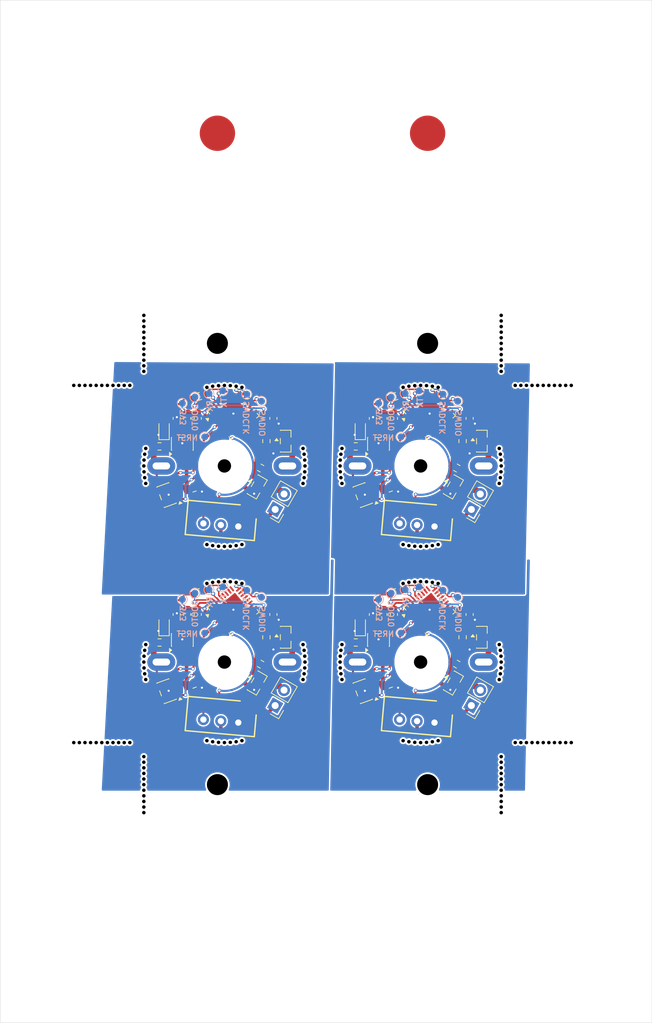
<source format=kicad_pcb>
(kicad_pcb (version 20241229) (generator "pcbnew") (generator_version "9.0")
  (layers (0 "F.Cu" signal) (2 "B.Cu" signal) (13 "F.Paste" user) (15 "B.Paste" user) (5 "F.SilkS" user "F.Silkscreen") (7 "B.SilkS" user "B.Silkscreen") (1 "F.Mask" user) (3 "B.Mask" user) (25 "Edge.Cuts" user))
  (net 0 "")
  (net 1 "Board_0-+12V")
  (net 2 "Board_0-+3V3")
  (net 3 "Board_0-/BOOT0")
  (net 4 "Board_0-/NRST")
  (net 5 "Board_0-/SWDCLK")
  (net 6 "Board_0-/SWDIO")
  (net 7 "Board_0-GND")
  (net 8 "Board_0-Net-(D1-A)")
  (net 9 "Board_0-Net-(J1-Pin_2)")
  (net 10 "Board_0-Net-(Q1-D)")
  (net 11 "Board_0-Net-(U3--)")
  (net 12 "Board_0-Net-(U4-PB3)")
  (net 13 "Board_0-Net-(U4-PB6)")
  (net 14 "Board_0-Net-(U4-PB7)")
  (net 15 "Board_0-PUMP")
  (net 16 "Board_0-UART_TX")
  (net 17 "Board_0-VALVE")
  (net 18 "Board_0-Vout")
  (net 19 "Board_0-unconnected-(U2-NC-Pad4)")
  (net 20 "Board_0-unconnected-(U4-PA0-Pad6)")
  (net 21 "Board_0-unconnected-(U4-PA10-Pad20)")
  (net 22 "Board_0-unconnected-(U4-PA11-Pad21)")
  (net 23 "Board_0-unconnected-(U4-PA12-Pad22)")
  (net 24 "Board_0-unconnected-(U4-PA15-Pad25)")
  (net 25 "Board_0-unconnected-(U4-PA3-Pad9)")
  (net 26 "Board_0-unconnected-(U4-PA4-Pad10)")
  (net 27 "Board_0-unconnected-(U4-PA5-Pad11)")
  (net 28 "Board_0-unconnected-(U4-PA6-Pad12)")
  (net 29 "Board_0-unconnected-(U4-PA8-Pad18)")
  (net 30 "Board_0-unconnected-(U4-PA9-Pad19)")
  (net 31 "Board_0-unconnected-(U4-PB1-Pad15)")
  (net 32 "Board_0-unconnected-(U4-PB4-Pad27)")
  (net 33 "Board_0-unconnected-(U4-PB5-Pad28)")
  (net 34 "Board_0-unconnected-(U4-PC14-Pad2)")
  (net 35 "Board_0-unconnected-(U4-PC15-Pad3)")
  (net 36 "Board_1-+12V")
  (net 37 "Board_1-+3V3")
  (net 38 "Board_1-/BOOT0")
  (net 39 "Board_1-/NRST")
  (net 40 "Board_1-/SWDCLK")
  (net 41 "Board_1-/SWDIO")
  (net 42 "Board_1-GND")
  (net 43 "Board_1-Net-(D1-A)")
  (net 44 "Board_1-Net-(J1-Pin_2)")
  (net 45 "Board_1-Net-(Q1-D)")
  (net 46 "Board_1-Net-(U3--)")
  (net 47 "Board_1-Net-(U4-PB3)")
  (net 48 "Board_1-Net-(U4-PB6)")
  (net 49 "Board_1-Net-(U4-PB7)")
  (net 50 "Board_1-PUMP")
  (net 51 "Board_1-UART_TX")
  (net 52 "Board_1-VALVE")
  (net 53 "Board_1-Vout")
  (net 54 "Board_1-unconnected-(U2-NC-Pad4)")
  (net 55 "Board_1-unconnected-(U4-PA0-Pad6)")
  (net 56 "Board_1-unconnected-(U4-PA10-Pad20)")
  (net 57 "Board_1-unconnected-(U4-PA11-Pad21)")
  (net 58 "Board_1-unconnected-(U4-PA12-Pad22)")
  (net 59 "Board_1-unconnected-(U4-PA15-Pad25)")
  (net 60 "Board_1-unconnected-(U4-PA3-Pad9)")
  (net 61 "Board_1-unconnected-(U4-PA4-Pad10)")
  (net 62 "Board_1-unconnected-(U4-PA5-Pad11)")
  (net 63 "Board_1-unconnected-(U4-PA6-Pad12)")
  (net 64 "Board_1-unconnected-(U4-PA8-Pad18)")
  (net 65 "Board_1-unconnected-(U4-PA9-Pad19)")
  (net 66 "Board_1-unconnected-(U4-PB1-Pad15)")
  (net 67 "Board_1-unconnected-(U4-PB4-Pad27)")
  (net 68 "Board_1-unconnected-(U4-PB5-Pad28)")
  (net 69 "Board_1-unconnected-(U4-PC14-Pad2)")
  (net 70 "Board_1-unconnected-(U4-PC15-Pad3)")
  (net 71 "Board_2-+12V")
  (net 72 "Board_2-+3V3")
  (net 73 "Board_2-/BOOT0")
  (net 74 "Board_2-/NRST")
  (net 75 "Board_2-/SWDCLK")
  (net 76 "Board_2-/SWDIO")
  (net 77 "Board_2-GND")
  (net 78 "Board_2-Net-(D1-A)")
  (net 79 "Board_2-Net-(J1-Pin_2)")
  (net 80 "Board_2-Net-(Q1-D)")
  (net 81 "Board_2-Net-(U3--)")
  (net 82 "Board_2-Net-(U4-PB3)")
  (net 83 "Board_2-Net-(U4-PB6)")
  (net 84 "Board_2-Net-(U4-PB7)")
  (net 85 "Board_2-PUMP")
  (net 86 "Board_2-UART_TX")
  (net 87 "Board_2-VALVE")
  (net 88 "Board_2-Vout")
  (net 89 "Board_2-unconnected-(U2-NC-Pad4)")
  (net 90 "Board_2-unconnected-(U4-PA0-Pad6)")
  (net 91 "Board_2-unconnected-(U4-PA10-Pad20)")
  (net 92 "Board_2-unconnected-(U4-PA11-Pad21)")
  (net 93 "Board_2-unconnected-(U4-PA12-Pad22)")
  (net 94 "Board_2-unconnected-(U4-PA15-Pad25)")
  (net 95 "Board_2-unconnected-(U4-PA3-Pad9)")
  (net 96 "Board_2-unconnected-(U4-PA4-Pad10)")
  (net 97 "Board_2-unconnected-(U4-PA5-Pad11)")
  (net 98 "Board_2-unconnected-(U4-PA6-Pad12)")
  (net 99 "Board_2-unconnected-(U4-PA8-Pad18)")
  (net 100 "Board_2-unconnected-(U4-PA9-Pad19)")
  (net 101 "Board_2-unconnected-(U4-PB1-Pad15)")
  (net 102 "Board_2-unconnected-(U4-PB4-Pad27)")
  (net 103 "Board_2-unconnected-(U4-PB5-Pad28)")
  (net 104 "Board_2-unconnected-(U4-PC14-Pad2)")
  (net 105 "Board_2-unconnected-(U4-PC15-Pad3)")
  (net 106 "Board_3-+12V")
  (net 107 "Board_3-+3V3")
  (net 108 "Board_3-/BOOT0")
  (net 109 "Board_3-/NRST")
  (net 110 "Board_3-/SWDCLK")
  (net 111 "Board_3-/SWDIO")
  (net 112 "Board_3-GND")
  (net 113 "Board_3-Net-(D1-A)")
  (net 114 "Board_3-Net-(J1-Pin_2)")
  (net 115 "Board_3-Net-(Q1-D)")
  (net 116 "Board_3-Net-(U3--)")
  (net 117 "Board_3-Net-(U4-PB3)")
  (net 118 "Board_3-Net-(U4-PB6)")
  (net 119 "Board_3-Net-(U4-PB7)")
  (net 120 "Board_3-PUMP")
  (net 121 "Board_3-UART_TX")
  (net 122 "Board_3-VALVE")
  (net 123 "Board_3-Vout")
  (net 124 "Board_3-unconnected-(U2-NC-Pad4)")
  (net 125 "Board_3-unconnected-(U4-PA0-Pad6)")
  (net 126 "Board_3-unconnected-(U4-PA10-Pad20)")
  (net 127 "Board_3-unconnected-(U4-PA11-Pad21)")
  (net 128 "Board_3-unconnected-(U4-PA12-Pad22)")
  (net 129 "Board_3-unconnected-(U4-PA15-Pad25)")
  (net 130 "Board_3-unconnected-(U4-PA3-Pad9)")
  (net 131 "Board_3-unconnected-(U4-PA4-Pad10)")
  (net 132 "Board_3-unconnected-(U4-PA5-Pad11)")
  (net 133 "Board_3-unconnected-(U4-PA6-Pad12)")
  (net 134 "Board_3-unconnected-(U4-PA8-Pad18)")
  (net 135 "Board_3-unconnected-(U4-PA9-Pad19)")
  (net 136 "Board_3-unconnected-(U4-PB1-Pad15)")
  (net 137 "Board_3-unconnected-(U4-PB4-Pad27)")
  (net 138 "Board_3-unconnected-(U4-PB5-Pad28)")
  (net 139 "Board_3-unconnected-(U4-PC14-Pad2)")
  (net 140 "Board_3-unconnected-(U4-PC15-Pad3)")
  (footprint "Capacitor_SMD:C_0603_1608Metric" (layer "F.Cu") (at 158.690741 74.70912 90)
    (property "Reference" "C3" (hide yes))
    (property "Value" "4U7")
  )
  (footprint "NPTH" (layer "F.Cu") (at 180.798241 120.998239)
    (property "Reference" "KiKit_MB_24_7" (hide yes))
    (property "Value" "NPTH" (hide yes))
  )
  (footprint "NPTH" (layer "F.Cu") (at 136.174241 92.874)
    (property "Reference" "KiKit_MB_4_2" (hide yes))
    (property "Value" "NPTH" (hide yes))
  )
  (footprint "NPTH" (layer "F.Cu") (at 173.964053 82.338413)
    (property "Reference" "KiKit_MB_6_5" (hide yes))
    (property "Value" "NPTH" (hide yes))
  )
  (footprint "Resistor_SMD:R_0603_1608Metric" (layer "F.Cu") (at 158.865987 99.576953 20)
    (property "Reference" "R2" (hide yes))
    (property "Value" "390")
  )
  (footprint "NPTH" (layer "F.Cu") (at 137 98.277657)
    (property "Reference" "KiKit_MB_11_7" (hide yes))
    (property "Value" "NPTH" (hide yes))
  )
  (footprint "NPTH" (layer "F.Cu") (at 151.27421 106.99912)
    (property "Reference" "KiKit_MB_13_7" (hide yes))
    (property "Value" "NPTH" (hide yes))
  )
  (footprint "NPTH" (layer "F.Cu") (at 173.99824 66.4)
    (property "Reference" "KiKit_MB_18_9" (hide yes))
    (property "Value" "NPTH" (hide yes))
  )
  (footprint "NPTH" (layer "F.Cu") (at 123.029235 80.659781)
    (property "Reference" "KiKit_MB_1_5" (hide yes))
    (property "Value" "NPTH" (hide yes))
  )
  (footprint "Capacitor_SMD:C_0603_1608Metric" (layer "F.Cu") (at 127.690741 74.70912 90)
    (property "Reference" "C2" (hide yes))
    (property "Value" "C 1uf")
  )
  (footprint "NPTH" (layer "F.Cu") (at 123.00176 67.2)
    (property "Reference" "KiKit_MB_17_10" (hide yes))
    (property "Value" "NPTH" (hide yes))
  )
  (footprint "NPTH" (layer "F.Cu") (at 123.124216 111.172844)
    (property "Reference" "KiKit_MB_9_2" (hide yes))
    (property "Value" "NPTH" (hide yes))
  )
  (footprint "NPTH" (layer "F.Cu") (at 173.99824 130.99824)
    (property "Reference" "KiKit_MB_20_11" (hide yes))
    (property "Value" "NPTH" (hide yes))
  )
  (footprint "Package_TO_SOT_SMD:SOT-23-5" (layer "F.Cu") (at 126.240741 113.65912 -160)
    (property "Reference" "U3" (hide yes))
    (property "Value" "INA180A1")
  )
  (footprint "NPTH" (layer "F.Cu") (at 173.99824 124.59824)
    (property "Reference" "KiKit_MB_20_3" (hide yes))
    (property "Value" "NPTH" (hide yes))
  )
  (footprint "NPTH" (layer "F.Cu") (at 173.719677 111.99912)
    (property "Reference" "KiKit_MB_14_7" (hide yes))
    (property "Value" "NPTH" (hide yes))
  )
  (footprint "ENAC_robotique:pompe" (layer "F.Cu") (at 162.498241 81.49912)
    (property "Reference" "U1" (hide yes))
    (property "Value" "~")
  )
  (footprint "NPTH" (layer "F.Cu") (at 136.174241 98.124239)
    (property "Reference" "KiKit_MB_11_6" (hide yes))
    (property "Value" "NPTH" (hide yes))
  )
  (footprint "NPTH" (layer "F.Cu") (at 165 70.277658)
    (property "Reference" "KiKit_MB_7_7" (hide yes))
    (property "Value" "NPTH" (hide yes))
  )
  (footprint "ENAC_robotique:EC-Registration" (layer "F.Cu") (at 133.50176 34)
    (property "Reference" "REF**" (hide yes))
    (property "Value" "EC-Registration" (hide yes))
  )
  (footprint "Capacitor_SMD:C_0603_1608Metric" (layer "F.Cu") (at 157.190741 102.70912 90)
    (property "Reference" "C4" (hide yes))
    (property "Value" "100n")
  )
  (footprint "NPTH" (layer "F.Cu") (at 121.00176 120.998239)
    (property "Reference" "KiKit_MB_22_11" (hide yes))
    (property "Value" "NPTH" (hide yes))
  )
  (footprint "Capacitor_SMD:C_0805_2012Metric" (layer "F.Cu") (at 157.990741 84.45912 20)
    (property "Reference" "C1" (hide yes))
    (property "Value" "C 1uf")
  )
  (footprint "NPTH" (layer "F.Cu") (at 145.875044 79.824578)
    (property "Reference" "KiKit_MB_2_2" (hide yes))
    (property "Value" "NPTH" (hide yes))
  )
  (footprint "NPTH" (layer "F.Cu") (at 151.029234 80.659781)
    (property "Reference" "KiKit_MB_5_5" (hide yes))
    (property "Value" "NPTH" (hide yes))
  )
  (footprint "NPTH" (layer "F.Cu") (at 123.029235 108.65978)
    (property "Reference" "KiKit_MB_9_5" (hide yes))
    (property "Value" "NPTH" (hide yes))
  )
  (footprint "NPTH" (layer "F.Cu") (at 173.99824 62.4)
    (property "Reference" "KiKit_MB_18_4" (hide yes))
    (property "Value" "NPTH" (hide yes))
  )
  (footprint "NPTH" (layer "F.Cu") (at 173.875044 79.824578)
    (property "Reference" "KiKit_MB_6_2" (hide yes))
    (property "Value" "NPTH" (hide yes))
  )
  (footprint "Resistor_SMD:R_0603_1608Metric" (layer "F.Cu") (at 140.490741 77.95912 -90)
    (property "Reference" "R4" (hide yes))
    (property "Value" "100K")
  )
  (footprint "NPTH" (layer "F.Cu") (at 117.80176 70)
    (property "Reference" "KiKit_MB_21_7" (hide yes))
    (property "Value" "NPTH" (hide yes))
  )
  (footprint "NPTH" (layer "F.Cu") (at 181.598241 70)
    (property "Reference" "KiKit_MB_23_8" (hide yes))
    (property "Value" "NPTH" (hide yes))
  )
  (footprint "Package_DFN_QFN:QFN-32-1EP_5x5mm_P0.5mm_EP3.45x3.45mm" (layer "F.Cu") (at 163.784524 102.027008 40)
    (property "Reference" "U4" (hide yes))
    (property "Value" "STM32L432KCUx")
  )
  (footprint "NPTH" (layer "F.Cu") (at 145.998241 109.49912)
    (property "Reference" "KiKit_MB_10_4" (hide yes))
    (property "Value" "NPTH" (hide yes))
  )
  (footprint "ENAC_robotique:pompe" (layer "F.Cu") (at 134.498241 81.49912)
    (property "Reference" "U1" (hide yes))
    (property "Value" "~")
  )
  (footprint "NPTH" (layer "F.Cu") (at 173.99824 126.19824)
    (property "Reference" "KiKit_MB_20_5" (hide yes))
    (property "Value" "NPTH" (hide yes))
  )
  (footprint "Package_TO_SOT_SMD:SOT-23" (layer "F.Cu") (at 171.240741 105.95912)
    (property "Reference" "Q1" (hide yes))
    (property "Value" "IRLML6344  (modèle du 6244)")
  )
  (footprint "Resistor_SMD:R_0603_1608Metric" (layer "F.Cu") (at 168.490741 105.95912 -90)
    (property "Reference" "R4" (hide yes))
    (property "Value" "100K")
  )
  (footprint "NPTH" (layer "F.Cu") (at 145.719677 83.99912)
    (property "Reference" "KiKit_MB_2_7" (hide yes))
    (property "Value" "NPTH" (hide yes))
  )
  (footprint "NPTH" (layer "F.Cu") (at 123.274211 111.99912)
    (property "Reference" "KiKit_MB_9_1" (hide yes))
    (property "Value" "NPTH" (hide yes))
  )
  (footprint "NPTH" (layer "F.Cu") (at 173.875044 111.173662)
    (property "Reference" "KiKit_MB_14_6" (hide yes))
    (property "Value" "NPTH" (hide yes))
  )
  (footprint "Package_TO_SOT_SMD:SOT-23-5" (layer "F.Cu") (at 156.490741 106.34662 90)
    (property "Reference" "U2" (hide yes))
    (property "Value" "NCP718xSN120")
  )
  (footprint "NPTH" (layer "F.Cu") (at 178.398241 120.998239)
    (property "Reference" "KiKit_MB_24_4" (hide yes))
    (property "Value" "NPTH" (hide yes))
  )
  (footprint "NPTH" (layer "F.Cu") (at 164.174241 98.124239)
    (property "Reference" "KiKit_MB_15_6" (hide yes))
    (property "Value" "NPTH" (hide yes))
  )
  (footprint "NPTH" (layer "F.Cu") (at 161.660846 92.966142)
    (property "Reference" "KiKit_MB_8_5" (hide yes))
    (property "Value" "NPTH" (hide yes))
  )
  (footprint "NPTH" (layer "F.Cu") (at 123.00176 66.4)
    (property "Reference" "KiKit_MB_17_9" (hide yes))
    (property "Value" "NPTH" (hide yes))
  )
  (footprint "Capacitor_SMD:C_0805_2012Metric" (layer "F.Cu") (at 129.990741 112.45912 20)
    (property "Reference" "C1" (hide yes))
    (property "Value" "C 1uf")
  )
  (footprint "NPTH" (layer "F.Cu") (at 135.33943 70.032707)
    (property "Reference" "KiKit_MB_3_5" (hide yes))
    (property "Value" "NPTH" (hide yes))
  )
  (footprint "Resistor_SMD:R_0603_1608Metric" (layer "F.Cu") (at 139.665741 81.79662 -30)
    (property "Reference" "R5" (hide yes))
    (property "Value" "100K")
  )
  (footprint "NPTH" (layer "F.Cu") (at 173.99824 65.6)
    (property "Reference" "KiKit_MB_18_8" (hide yes))
    (property "Value" "NPTH" (hide yes))
  )
  (footprint "NPTH" (layer "F.Cu") (at 173.998241 109.49912)
    (property "Reference" "KiKit_MB_14_4" (hide yes))
    (property "Value" "NPTH" (hide yes))
  )
  (footprint "NPTH" (layer "F.Cu") (at 173.99824 60)
    (property "Reference" "KiKit_MB_18_1" (hide yes))
    (property "Value" "NPTH" (hide yes))
  )
  (footprint "NPTH" (layer "F.Cu") (at 114.60176 70)
    (property "Reference" "KiKit_MB_21_3" (hide yes))
    (property "Value" "NPTH" (hide yes))
  )
  (footprint "NPTH" (layer "F.Cu") (at 123.124216 107.825395)
    (property "Reference" "KiKit_MB_9_6" (hide yes))
    (property "Value" "NPTH" (hide yes))
  )
  (footprint "ENAC_robotique:pompe" (layer "F.Cu") (at 134.498241 109.49912)
    (property "Reference" "U1" (hide yes))
    (property "Value" "~")
  )
  (footprint "NPTH" (layer "F.Cu") (at 165 98.277657)
    (property "Reference" "KiKit_MB_15_7" (hide yes))
    (property "Value" "NPTH" (hide yes))
  )
  (footprint "NPTH" (layer "F.Cu") (at 132.000001 92.722382)
    (property "Reference" "KiKit_MB_4_7" (hide yes))
    (property "Value" "NPTH" (hide yes))
  )
  (footprint "NPTH" (layer "F.Cu") (at 117.80176 120.998239)
    (property "Reference" "KiKit_MB_22_7" (hide yes))
    (property "Value" "NPTH" (hide yes))
  )
  (footprint "NPTH" (layer "F.Cu") (at 123.00176 124.59824)
    (property "Reference" "KiKit_MB_19_3" (hide yes))
    (property "Value" "NPTH" (hide yes))
  )
  (footprint "NPTH" (layer "F.Cu") (at 160 70.275858)
    (property "Reference" "KiKit_MB_7_1" (hide yes))
    (property "Value" "NPTH" (hide yes))
  )
  (footprint "NPTH" (layer "F.Cu") (at 151.029234 108.65978)
    (property "Reference" "KiKit_MB_13_5" (hide yes))
    (property "Value" "NPTH" (hide yes))
  )
  (footprint "NPTH" (layer "F.Cu") (at 132.000001 70.275858)
    (property "Reference" "KiKit_MB_3_1" (hide yes))
    (property "Value" "NPTH" (hide yes))
  )
  (footprint "NPTH" (layer "F.Cu") (at 133.660847 92.966142)
    (property "Reference" "KiKit_MB_4_5" (hide yes))
    (property "Value" "NPTH" (hide yes))
  )
  (footprint "Capacitor_SMD:C_0805_2012Metric" (layer "F.Cu") (at 157.990741 112.45912 20)
    (property "Reference" "C1" (hide yes))
    (property "Value" "C 1uf")
  )
  (footprint "NPTH" (layer "F.Cu") (at 173.719677 106.99912)
    (property "Reference" "KiKit_MB_14_1" (hide yes))
    (property "Value" "NPTH" (hide yes))
  )
  (footprint "NPTH" (layer "F.Cu") (at 123.00176 130.19824)
    (property "Reference" "KiKit_MB_19_10" (hide yes))
    (property "Value" "NPTH" (hide yes))
  )
  (footprint "NPTH" (layer "F.Cu") (at 123.00176 128.59824)
    (property "Reference" "KiKit_MB_19_8" (hide yes))
    (property "Value" "NPTH" (hide yes))
  )
  (footprint "NPTH" (layer "F.Cu") (at 123.029235 110.338459)
    (property "Reference" "KiKit_MB_9_3" (hide yes))
    (property "Value" "NPTH" (hide yes))
  )
  (footprint "LED_SMD:LED_0603_1608Metric" (layer "F.Cu") (at 153.890741 104.25912 90)
    (property "Reference" "D1" (hide yes))
    (property "Value" "LED")
  )
  (footprint "NPTH" (layer "F.Cu") (at 123.00176 109.49912)
    (property "Reference" "KiKit_MB_9_4" (hide yes))
    (property "Value" "NPTH" (hide yes))
  )
  (footprint "NPTH" (layer "F.Cu") (at 160.826037 92.873908)
    (property "Reference" "KiKit_MB_8_6" (hide yes))
    (property "Value" "NPTH" (hide yes))
  )
  (footprint "Resistor_SMD:R_0603_1608Metric" (layer "F.Cu") (at 153.240741 78.70912 180)
    (property "Reference" "R1" (hide yes))
    (property "Value" "Rsens")
  )
  (footprint "NPTH" (layer "F.Cu") (at 123.00176 60.8)
    (property "Reference" "KiKit_MB_17_2" (hide yes))
    (property "Value" "NPTH" (hide yes))
  )
  (footprint "Capacitor_SMD:C_0603_1608Metric" (layer "F.Cu") (at 141.490741 102.70912 -90)
    (property "Reference" "C5" (hide yes))
    (property "Value" "100n")
  )
  (footprint "NPTH" (layer "F.Cu") (at 179.998241 70)
    (property "Reference" "KiKit_MB_23_6" (hide yes))
    (property "Value" "NPTH" (hide yes))
  )
  (footprint "NPTH" (layer "F.Cu") (at 145.875044 111.173662)
    (property "Reference" "KiKit_MB_10_6" (hide yes))
    (property "Value" "NPTH" (hide yes))
  )
  (footprint "NPTH" (layer "F.Cu") (at 177.598241 70)
    (property "Reference" "KiKit_MB_23_3" (hide yes))
    (property "Value" "NPTH" (hide yes))
  )
  (footprint "NPTH" (layer "F.Cu") (at 137 120.720582)
    (property "Reference" "KiKit_MB_12_1" (hide yes))
    (property "Value" "NPTH" (hide yes))
  )
  (footprint "NPTH" (layer "F.Cu") (at 134.500111 98.001782)
    (property "Reference" "KiKit_MB_11_4" (hide yes))
    (property "Value" "NPTH" (hide yes))
  )
  (footprint "NPTH" (layer "F.Cu") (at 134.500111 120.996457)
    (property "Reference" "KiKit_MB_12_4" (hide yes))
    (property "Value" "NPTH" (hide yes))
  )
  (footprint "Package_TO_SOT_SMD:SOT-23-5" (layer "F.Cu") (at 156.490741 78.34662 90)
    (property "Reference" "U2" (hide yes))
    (property "Value" "NCP718xSN120")
  )
  (footprint "NPTH" (layer "F.Cu") (at 173.99824 61.6)
    (property "Reference" "KiKit_MB_18_3" (hide yes))
    (property "Value" "NPTH" (hide yes))
  )
  (footprint "NPTH" (layer "F.Cu") (at 123.00176 68)
    (property "Reference" "KiKit_MB_17_11" (hide yes))
    (property "Value" "NPTH" (hide yes))
  )
  (footprint "NPTH" (layer "F.Cu") (at 145.998241 81.49912)
    (property "Reference" "KiKit_MB_2_4" (hide yes))
    (property "Value" "NPTH" (hide yes))
  )
  (footprint "NPTH" (layer "F.Cu") (at 120.20176 120.998239)
    (property "Reference" "KiKit_MB_22_10" (hide yes))
    (property "Value" "NPTH" (hide yes))
  )
  (footprint "ENAC_robotique:SHDR3W70P0X250_1X3_990X490X590P" (layer "F.Cu") (at 136.481227 118.143241 -5)
    (property "Reference" "J2" (hide yes))
    (property "Value" "22-03-5035" (hide yes))
  )
  (footprint "NPTH" (layer "F.Cu") (at 123.00176 123.79824)
    (property "Reference" "KiKit_MB_19_2" (hide yes))
    (property "Value" "NPTH" (hide yes))
  )
  (footprint "ENAC_robotique:SHDR3W70P0X250_1X3_990X490X590P" (layer "F.Cu") (at 136.481227 90.143241 -5)
    (property "Reference" "J2" (hide yes))
    (property "Value" "22-03-5035" (hide yes))
  )
  (footprint "NPTH" (layer "F.Cu") (at 145.964053 110.338413)
    (property "Reference" "KiKit_MB_10_5" (hide yes))
    (property "Value" "NPTH" (hide yes))
  )
  (footprint "Capacitor_SMD:C_0603_1608Metric" (layer "F.Cu") (at 129.190741 74.70912 90)
    (property "Reference" "C4" (hide yes))
    (property "Value" "100n")
  )
  (footprint "NPTH" (layer "F.Cu") (at 132.000001 98.275857)
    (property "Reference" "KiKit_MB_11_1" (hide yes))
    (property "Value" "NPTH" (hide yes))
  )
  (footprint "Resistor_SMD:R_0603_1608Metric" (layer "F.Cu") (at 168.490741 77.95912 -90)
    (property "Reference" "R4" (hide yes))
    (property "Value" "100K")
  )
  (footprint "NPTH" (layer "F.Cu") (at 173.875044 83.173662)
    (property "Reference" "KiKit_MB_6_6" (hide yes))
    (property "Value" "NPTH" (hide yes))
  )
  (footprint "Capacitor_SMD:C_0603_1608Metric" (layer "F.Cu") (at 169.490741 74.70912 -90)
    (property "Reference" "C5" (hide yes))
    (property "Value" "100n")
  )
  (footprint "NPTH" (layer "F.Cu") (at 173.99824 64.8)
    (property "Reference" "KiKit_MB_18_7" (hide yes))
    (property "Value" "NPTH" (hide yes))
  )
  (footprint "NPTH" (layer "F.Cu") (at 173.99824 60.8)
    (property "Reference" "KiKit_MB_18_2" (hide yes))
    (property "Value" "NPTH" (hide yes))
  )
  (footprint "Package_TO_SOT_SMD:SOT-23" (layer "F.Cu") (at 139.178842 112.49037 -30)
    (property "Reference" "Q2" (hide yes))
    (property "Value" "IRLML6344  (modèle du 6244)")
  )
  (footprint "NPTH" (layer "F.Cu") (at 134.500111 70.001783)
    (property "Reference" "KiKit_MB_3_4" (hide yes))
    (property "Value" "NPTH" (hide yes))
  )
  (footprint "NPTH" (layer "F.Cu") (at 165 120.720582)
    (property "Reference" "KiKit_MB_16_1" (hide yes))
    (property "Value" "NPTH" (hide yes))
  )
  (footprint "Capacitor_SMD:C_0603_1608Metric" (layer "F.Cu") (at 157.190741 74.70912 90)
    (property "Reference" "C4" (hide yes))
    (property "Value" "100n")
  )
  (footprint "NPTH" (layer "F.Cu") (at 133.50176 64)
    (property "Reference" "KiKit_TO_1" (hide yes))
    (property "Value" "NPTH" (hide yes))
  )
  (footprint "NPTH" (layer "F.Cu") (at 117.00176 120.998239)
    (property "Reference" "KiKit_MB_22_6" (hide yes))
    (property "Value" "NPTH" (hide yes))
  )
  (footprint "Resistor_SMD:R_0603_1608Metric" (layer "F.Cu") (at 130.865987 71.576953 20)
    (property "Reference" "R2" (hide yes))
    (property "Value" "390")
  )
  (footprint "Capacitor_SMD:C_0603_1608Metric" (layer "F.Cu") (at 158.690741 102.70912 90)
    (property "Reference" "C3" (hide yes))
    (property "Value" "4U7")
  )
  (footprint "NPTH" (layer "F.Cu") (at 151.124215 107.825395)
    (property "Reference" "KiKit_MB_13_6" (hide yes))
    (property "Value" "NPTH" (hide yes))
  )
  (footprint "Connector_PinHeader_2.54mm:PinHeader_1x02_P2.54mm_Vertical" (layer "F.Cu") (at 169.740741 115.70912 150)
    (property "Reference" "J1" (hide yes))
    (property "Value" "Conn_01x02_Pin")
  )
  (footprint "NPTH" (layer "F.Cu") (at 160.826037 98.124331)
    (property "Reference" "KiKit_MB_15_2" (hide yes))
    (property "Value" "NPTH" (hide yes))
  )
  (footprint "NPTH" (layer "F.Cu") (at 175.998241 120.998239)
    (property "Reference" "KiKit_MB_24_1" (hide yes))
    (property "Value" "NPTH" (hide yes))
  )
  (footprint "NPTH" (layer "F.Cu") (at 123.274211 106.99912)
    (property "Reference" "KiKit_MB_9_7" (hide yes))
    (property "Value" "NPTH" (hide yes))
  )
  (footprint "NPTH" (layer "F.Cu") (at 123.00176 126.19824)
    (property "Reference" "KiKit_MB_19_5" (hide yes))
    (property "Value" "NPTH" (hide yes))
  )
  (footprint "Package_TO_SOT_SMD:SOT-23-5" (layer "F.Cu") (at 154.240741 85.65912 -160)
    (property "Reference" "U3" (hide yes))
    (property "Value" "INA180A1")
  )
  (footprint "NPTH" (layer "F.Cu") (at 116.20176 120.998239)
    (property "Reference" "KiKit_MB_22_5" (hide yes))
    (property "Value" "NPTH" (hide yes))
  )
  (footprint "NPTH" (layer "F.Cu") (at 151.124215 83.172844)
    (property "Reference" "KiKit_MB_5_2" (hide yes))
    (property "Value" "NPTH" (hide yes))
  )
  (footprint "NPTH" (layer "F.Cu") (at 132.826038 92.873908)
    (property "Reference" "KiKit_MB_4_6" (hide yes))
    (property "Value" "NPTH" (hide yes))
  )
  (footprint "NPTH" (layer "F.Cu") (at 117.00176 70)
    (property "Reference" "KiKit_MB_21_6" (hide yes))
    (property "Value" "NPTH" (hide yes))
  )
  (footprint "Capacitor_SMD:C_0603_1608Metric" (layer "F.Cu") (at 130.690741 74.70912 90)
    (property "Reference" "C3" (hide yes))
    (property "Value" "4U7")
  )
  (footprint "NPTH" (layer "F.Cu") (at 178.398241 70)
    (property "Reference" "KiKit_MB_23_4" (hide yes))
    (property "Value" "NPTH" (hide yes))
  )
  (footprint "NPTH" (layer "F.Cu") (at 151.27421 78.99912)
    (property "Reference" "KiKit_MB_5_7" (hide yes))
    (property "Value" "NPTH" (hide yes))
  )
  (footprint "NPTH" (layer "F.Cu") (at 137 92.720582)
    (property "Reference" "KiKit_MB_4_1" (hide yes))
    (property "Value" "NPTH" (hide yes))
  )
  (footprint "Capacitor_SMD:C_0805_2012Metric" (layer "F.Cu") (at 129.990741 84.45912 20)
    (property "Reference" "C1" (hide yes))
    (property "Value" "C 1uf")
  )
  (footprint "Package_TO_SOT_SMD:SOT-23" (layer "F.Cu") (at 171.240741 77.95912)
    (property "Reference" "Q1" (hide yes))
    (property "Value" "IRLML6344  (modèle du 6244)")
  )
  (footprint "NPTH" (layer "F.Cu") (at 114.60176 120.998239)
    (property "Reference" "KiKit_MB_22_3" (hide yes))
    (property "Value" "NPTH" (hide yes))
  )
  (footprint "NPTH" (layer "F.Cu") (at 151.124215 111.172844)
    (property "Reference" "KiKit_MB_13_2" (hide yes))
    (property "Value" "NPTH" (hide yes))
  )
  (footprint "Package_TO_SOT_SMD:SOT-23" (layer "F.Cu") (at 143.240741 77.95912)
    (property "Reference" "Q1" (hide yes))
    (property "Value" "IRLML6344  (modèle du 6244)")
  )
  (footprint "NPTH" (layer "F.Cu") (at 123.00176 81.49912)
    (property "Reference" "KiKit_MB_1_4" (hide yes))
    (property "Value" "NPTH" (hide yes))
  )
  (footprint "NPTH" (layer "F.Cu") (at 151.029234 110.338459)
    (property "Reference" "KiKit_MB_13_3" (hide yes))
    (property "Value" "NPTH" (hide yes))
  )
  (footprint "NPTH" (layer "F.Cu") (at 136.174241 70.12424)
    (property "Reference" "KiKit_MB_3_6" (hide yes))
    (property "Value" "NPTH" (hide yes))
  )
  (footprint "NPTH" (layer "F.Cu") (at 162.500111 92.996457)
    (property "Reference" "KiKit_MB_8_4" (hide yes))
    (property "Value" "NPTH" (hide yes))
  )
  (footprint "NPTH" (layer "F.Cu") (at 179.998241 120.998239)
    (property "Reference" "KiKit_MB_24_6" (hide yes))
    (property "Value" "NPTH" (hide yes))
  )
  (footprint "Package_TO_SOT_SMD:SOT-23" (layer "F.Cu") (at 167.178842 112.49037 -30)
    (property "Reference" "Q2" (hide yes))
    (property "Value" "IRLML6344  (modèle du 6244)")
  )
  (footprint "Capacitor_SMD:C_0603_1608Metric" (layer "F.Cu") (at 155.690741 74.70912 90)
    (property "Reference" "C2" (hide yes))
    (property "Value" "C 1uf")
  )
  (footprint "NPTH" (layer "F.Cu") (at 113.80176 70)
    (property "Reference" "KiKit_MB_21_2" (hide yes))
    (property "Value" "NPTH" (hide yes))
  )
  (footprint "NPTH" (layer "F.Cu") (at 164.174241 120.874)
    (property "Reference" "KiKit_MB_16_2" (hide yes))
    (property "Value" "NPTH" (hide yes))
  )
  (footprint "NPTH" (layer "F.Cu") (at 132.826038 98.124331)
    (property "Reference" "KiKit_MB_11_2" (hide yes))
    (property "Value" "NPTH" (hide yes))
  )
  (footprint "NPTH" (layer "F.Cu") (at 164.174241 70.12424)
    (property "Reference" "KiKit_MB_7_6" (hide yes))
    (property "Value" "NPTH" (hide yes))
  )
  (footprint "NPTH" (layer "F.Cu") (at 123.00176 63.2)
    (property "Reference" "KiKit_MB_17_5" (hide yes))
    (property "Value" "NPTH" (hide yes))
  )
  (footprint "NPTH" (layer "F.Cu") (at 123.124216 79.825396)
    (property "Reference" "KiKit_MB_1_6" (hide yes))
    (property "Value" "NPTH" (hide yes))
  )
  (footprint "NPTH" (layer "F.Cu") (at 176.798241 120.998239)
    (property "Reference" "KiKit_MB_24_2" (hide yes))
    (property "Value" "NPTH" (hide yes))
  )
  (footprint "NPTH" (layer "F.Cu") (at 163.33943 120.965533)
    (property "Reference" "KiKit_MB_16_3" (hide yes))
    (property "Value" "NPTH" (hide yes))
  )
  (footprint "NPTH" (layer "F.Cu") (at 161.660846 120.966142)
    (property "Reference" "KiKit_MB_16_5" (hide yes))
    (property "Value" "NPTH" (hide yes))
  )
  (footprint "NPTH" (layer "F.Cu") (at 123.00176 122.99824)
    (property "Reference" "KiKit_MB_19_1" (hide yes))
    (property "Value" "NPTH" (hide yes))
  )
  (footprint "NPTH" (layer "F.Cu") (at 162.500111 120.996457)
    (property "Reference" "KiKit_MB_16_4" (hide yes))
    (property "Value" "NPTH" (hide yes))
  )
  (footprint "Resistor_SMD:R_0603_1608Metric" (layer "F.Cu") (at 140.490741 105.95912 -90)
    (property "Reference" "R4" (hide yes))
    (property "Value" "100K")
  )
  (footprint "NPTH" (layer "F.Cu") (at 161.660846 70.032098)
    (property "Reference" "KiKit_MB_7_3" (hide yes))
    (property "Value" "NPTH" (hide yes))
  )
  (footprint "Package_DFN_QFN:QFN-32-1EP_5x5mm_P0.5mm_EP3.45x3.45mm" (layer "F.Cu") (at 163.784524 74.027008 40)
    (property "Reference" "U4" (hide yes))
    (property "Value" "STM32L432KCUx")
  )
  (footprint "NPTH" (layer "F.Cu") (at 173.99824 68)
    (property "Reference" "KiKit_MB_18_11" (hide yes))
    (property "Value" "NPTH" (hide yes))
  )
  (footprint "NPTH" (layer "F.Cu") (at 123.029235 82.338459)
    (property "Reference" "KiKit_MB_1_3" (hide yes))
    (property "Value" "NPTH" (hide yes))
  )
  (footprint "NPTH" (layer "F.Cu") (at 162.500111 70.001783)
    (property "Reference" "KiKit_MB_7_4" (hide yes))
    (property "Value" "NPTH" (hide yes))
  )
  (footprint "ENAC_robotique:SHDR3W70P0X250_1X3_990X490X590P" (layer "F.Cu") (at 164.481227 118.143241 -5)
    (property "Reference" "J2" (hide yes))
    (property "Value" "22-03-5035" (hide yes))
  )
  (footprint "NPTH" (layer "F.Cu") (at 182.398241 120.998239)
    (property "Reference" "KiKit_MB_24_9" (hide yes))
    (property "Value" "NPTH" (hide yes))
  )
  (footprint "Package_DFN_QFN:QFN-32-1EP_5x5mm_P0.5mm_EP3.45x3.45mm" (layer "F.Cu") (at 135.784524 74.027008 40)
    (property "Reference" "U4" (hide yes))
    (property "Value" "STM32L432KCUx")
  )
  (footprint "NPTH" (layer "F.Cu") (at 115.40176 120.998239)
    (property "Reference" "KiKit_MB_22_4" (hide yes))
    (property "Value" "NPTH" (hide yes))
  )
  (footprint "NPTH" (layer "F.Cu") (at 123.274211 83.99912)
    (property "Reference" "KiKit_MB_1_1" (hide yes))
    (property "Value" "NPTH" (hide yes))
  )
  (footprint "NPTH" (layer "F.Cu") (at 133.660847 70.032098)
    (property "Reference" "KiKit_MB_3_3" (hide yes))
    (property "Value" "NPTH" (hide yes))
  )
  (footprint "NPTH" (layer "F.Cu") (at 165 92.720582)
    (property "Reference" "KiKit_MB_8_1" (hide yes))
    (property "Value" "NPTH" (hide yes))
  )
  (footprint "Resistor_SMD:R_0603_1608Metric" (layer "F.Cu") (at 153.240741 106.70912 180)
    (property "Reference" "R1" (hide yes))
    (property "Value" "Rsens")
  )
  (footprint "Package_TO_SOT_SMD:SOT-23-5" (layer "F.Cu") (at 128.490741 78.34662 90)
    (property "Reference" "U2" (hide yes))
    (property "Value" "NCP718xSN120")
  )
  (footprint "NPTH" (layer "F.Cu") (at 151.27421 83.99912)
    (property "Reference" "KiKit_MB_5_1" (hide yes))
    (property "Value" "NPTH" (hide yes))
  )
  (footprint "Resistor_SMD:R_0603_1608Metric" (layer "F.Cu") (at 167.665741 109.79662 -30)
    (property "Reference" "R5" (hide yes))
    (property "Value" "100K")
  )
  (footprint "LED_SMD:LED_0603_1608Metric" (layer "F.Cu") (at 153.890741 76.25912 90)
    (property "Reference" "D1" (hide yes))
    (property "Value" "LED")
  )
  (footprint "NPTH" (layer "F.Cu") (at 173.964053 108.659826)
    (property "Reference" "KiKit_MB_14_3" (hide yes))
    (property "Value" "NPTH" (hide yes))
  )
  (footprint "NPTH" (layer "F.Cu") (at 179.198241 120.998239)
    (property "Reference" "KiKit_MB_24_5" (hide yes))
    (property "Value" "NPTH" (hide yes))
  )
  (footprint "NPTH" (layer "F.Cu") (at 151.27421 111.99912)
    (property "Reference" "KiKit_MB_13_1" (hide yes))
    (property "Value" "NPTH" (hide yes))
  )
  (footprint "NPTH" (layer "F.Cu") (at 181.598241 120.998239)
    (property "Reference" "KiKit_MB_24_8" (hide yes))
    (property "Value" "NPTH" (hide yes))
  )
  (footprint "NPTH" (layer "F.Cu") (at 115.40176 70)
    (property "Reference" "KiKit_MB_21_4" (hide yes))
    (property "Value" "NPTH" (hide yes))
  )
  (footprint "NPTH" (layer "F.Cu") (at 173.99824 125.39824)
    (property "Reference" "KiKit_MB_20_4" (hide yes))
    (property "Value" "NPTH" (hide yes))
  )
  (footprint "NPTH" (layer "F.Cu") (at 173.99824 123.79824)
    (property "Reference" "KiKit_MB_20_2" (hide yes))
    (property "Value" "NPTH" (hide yes))
  )
  (footprint "Package_DFN_QFN:QFN-32-1EP_5x5mm_P0.5mm_EP3.45x3.45mm" (layer "F.Cu") (at 135.784524 102.027008 40)
    (property "Reference" "U4" (hide yes))
    (property "Value" "STM32L432KCUx")
  )
  (footprint "NPTH" (layer "F.Cu") (at 179.198241 70)
    (property "Reference" "KiKit_MB_23_5" (hide yes))
    (property "Value" "NPTH" (hide yes))
  )
  (footprint "NPTH" (layer "F.Cu") (at 132.826038 70.124332)
    (property "Reference" "KiKit_MB_3_2" (hide yes))
    (property "Value" "NPTH" (hide yes))
  )
  (footprint "NPTH" (layer "F.Cu") (at 123.00176 60)
    (property "Reference" "KiKit_MB_17_1" (hide yes))
    (property "Value" "NPTH" (hide yes))
  )
  (footprint "NPTH" (layer "F.Cu") (at 145.719677 111.99912)
    (property "Reference" "KiKit_MB_10_7" (hide yes))
    (property "Value" "NPTH" (hide yes))
  )
  (footprint "Package_TO_SOT_SMD:SOT-23-5" (layer "F.Cu") (at 128.490741 106.34662 90)
    (property "Reference" "U2" (hide yes))
    (property "Value" "NCP718xSN120")
  )
  (footprint "Connector_PinHeader_2.54mm:PinHeader_1x02_P2.54mm_Vertical" (layer "F.Cu") (at 141.740741 115.70912 150)
    (property "Reference" "J1" (hide yes))
    (property "Value" "Conn_01x02_Pin")
  )
  (footprint "NPTH" (layer "F.Cu") (at 160.826037 70.124332)
    (property "Reference" "KiKit_MB_7_2" (hide yes))
    (property "Value" "NPTH" (hide yes))
  )
  (footprint "NPTH" (layer "F.Cu") (at 145.875044 83.173662)
    (property "Reference" "KiKit_MB_2_6" (hide yes))
    (property "Value" "NPTH" (hide yes))
  )
  (footprint "NPTH" (layer "F.Cu") (at 180.798241 70)
    (property "Reference" "KiKit_MB_23_7" (hide yes))
    (property "Value" "NPTH" (hide yes))
  )
  (footprint "NPTH" (layer "F.Cu") (at 123.00176 126.99824)
    (property "Reference" "KiKit_MB_19_6" (hide yes))
    (property "Value" "NPTH" (hide yes))
  )
  (footprint "NPTH" (layer "F.Cu") (at 133.50176 126.99824)
    (property "Reference" "KiKit_TO_3" (hide yes))
    (property "Value" "NPTH" (hide yes))
  )
  (footprint "NPTH" (layer "F.Cu") (at 118.60176 120.998239)
    (property "Reference" "KiKit_MB_22_8" (hide yes))
    (property "Value" "NPTH" (hide yes))
  )
  (footprint "NPTH" (layer "F.Cu") (at 123.00176 129.39824)
    (property "Reference" "KiKit_MB_19_9" (hide yes))
    (property "Value" "NPTH" (hide yes))
  )
  (footprint "NPTH" (layer "F.Cu") (at 123.00176 64)
    (property "Reference" "KiKit_MB_17_6" (hide yes))
    (property "Value" "NPTH" (hide yes))
  )
  (footprint "NPTH" (layer "F.Cu") (at 173.99824 128.59824)
    (property "Reference" "KiKit_MB_20_8" (hide yes))
    (property "Value" "NPTH" (hide yes))
  )
  (footprint "NPTH" (layer "F.Cu") (at 145.964053 80.659827)
    (property "Reference" "KiKit_MB_2_3" (hide yes))
    (property "Value" "NPTH" (hide yes))
  )
  (footprint "NPTH" (layer "F.Cu") (at 183.198241 120.998239)
    (property "Reference" "KiKit_MB_24_10" (hide yes))
    (property "Value" "NPTH" (hide yes))
  )
  (footprint "NPTH" (layer "F.Cu") (at 113.00176 70)
    (property "Reference" "KiKit_MB_21_1" (hide yes))
    (property "Value" "NPTH" (hide yes))
  )
  (footprint "NPTH" (layer "F.Cu") (at 173.99824 130.19824)
    (property "Reference" "KiKit_MB_20_10" (hide yes))
    (property "Value" "NPTH" (hide yes))
  )
  (footprint "NPTH" (layer "F.Cu") (at 119.40176 120.998239)
    (property "Reference" "KiKit_MB_22_9" (hide yes))
    (property "Value" "NPTH" (hide yes))
  )
  (footprint "NPTH" (layer "F.Cu") (at 119.40176 70)
    (property "Reference" "KiKit_MB_21_9" (hide yes))
    (property "Value" "NPTH" (hide yes))
  )
  (footprint "NPTH" (layer "F.Cu") (at 160 120.722382)
    (property "Reference" "KiKit_MB_16_7" (hide yes))
    (property "Value" "NPTH" (hide yes))
  )
  (footprint "NPTH" (layer "F.Cu") (at 151.124215 79.825396)
    (property "Reference" "KiKit_MB_5_6" (hide yes))
    (property "Value" "NPTH" (hide yes))
  )
  (footprint "NPTH" (layer "F.Cu") (at 145.875044 107.824577)
    (property "Reference" "KiKit_MB_10_2" (hide yes))
    (property "Value" "NPTH" (hide yes))
  )
  (footprint "Capacitor_SMD:C_0603_1608Metric" (layer "F.Cu") (at 155.690741 102.70912 90)
    (property "Reference" "C2" (hide yes))
    (property "Value" "C 1uf")
  )
  (footprint "NPTH" (layer "F.Cu") (at 182.398241 70)
    (property "Reference" "KiKit_MB_23_9" (hide yes))
    (property "Value" "NPTH" (hide yes))
  )
  (footprint "NPTH" (layer "F.Cu") (at 116.20176 70)
    (property "Reference" "KiKit_MB_21_5" (hide yes))
    (property "Value" "NPTH" (hide yes))
  )
  (footprint "Package_TO_SOT_SMD:SOT-23-5" (layer "F.Cu") (at 154.240741 113.65912 -160)
    (property "Reference" "U3" (hide yes))
    (property "Value" "INA180A1")
  )
  (footprint "NPTH" (layer "F.Cu") (at 135.33943 98.032706)
    (property "Reference" "KiKit_MB_11_5" (hide yes))
    (property "Value" "NPTH" (hide yes))
  )
  (footprint "NPTH" (layer "F.Cu") (at 123.00176 65.6)
    (property "Reference" "KiKit_MB_17_8" (hide yes))
    (property "Value" "NPTH" (hide yes))
  )
  (footprint "Capacitor_SMD:C_0603_1608Metric" (layer "F.Cu") (at 130.690741 102.70912 90)
    (property "Reference" "C3" (hide yes))
    (property "Value" "4U7")
  )
  (footprint "Connector_PinHeader_2.54mm:PinHeader_1x02_P2.54mm_Vertical" (layer "F.Cu") (at 169.740741 87.70912 150)
    (property "Reference" "J1" (hide yes))
    (property "Value" "Conn_01x02_Pin")
  )
  (footprint "NPTH" (layer "F.Cu") (at 145.964053 82.338413)
    (property "Reference" "KiKit_MB_2_5" (hide yes))
    (property "Value" "NPTH" (hide yes))
  )
  (footprint "NPTH" (layer "F.Cu") (at 183.998241 120.998239)
    (property "Reference" "KiKit_MB_24_11" (hide yes))
    (property "Value" "NPTH" (hide yes))
  )
  (footprint "ENAC_robotique:pompe" (layer "F.Cu") (at 162.498241 109.49912)
    (property "Reference" "U1" (hide yes))
    (property "Value" "~")
  )
  (footprint "NPTH" (layer "F.Cu") (at 123.00176 61.6)
    (property "Reference" "KiKit_MB_17_3" (hide yes))
    (property "Value" "NPTH" (hide yes))
  )
  (footprint "Resistor_SMD:R_0603_1608Metric" (layer "F.Cu") (at 125.240741 106.70912 180)
    (property "Reference" "R1" (hide yes))
    (property "Value" "Rsens")
  )
  (footprint "NPTH" (layer "F.Cu") (at 161.660846 98.032097)
    (property "Reference" "KiKit_MB_15_3" (hide yes))
    (property "Value" "NPTH" (hide yes))
  )
  (footprint "NPTH" (layer "F.Cu") (at 175.998241 70)
    (property "Reference" "KiKit_MB_23_1" (hide yes))
    (property "Value" "NPTH" (hide yes))
  )
  (footprint "NPTH" (layer "F.Cu") (at 173.875044 107.824577)
    (property "Reference" "KiKit_MB_14_2" (hide yes))
    (property "Value" "NPTH" (hide yes))
  )
  (footprint "NPTH" (layer "F.Cu") (at 123.00176 130.99824)
    (property "Reference" "KiKit_MB_19_11" (hide yes))
    (property "Value" "NPTH" (hide yes))
  )
  (footprint "NPTH" (layer "F.Cu") (at 176.798241 70)
    (property "Reference" "KiKit_MB_23_2" (hide yes))
    (property "Value" "NPTH" (hide yes))
  )
  (footprint "NPTH" (layer "F.Cu") (at 113.00176 120.998239)
    (property "Reference" "KiKit_MB_22_1" (hide yes))
    (property "Value" "NPTH" (hide yes))
  )
  (footprint "NPTH" (layer "F.Cu") (at 123.274211 78.99912)
    (property "Reference" "KiKit_MB_1_7" (hide yes))
    (property "Value" "NPTH" (hide yes))
  )
  (footprint "NPTH" (layer "F.Cu") (at 173.99824 122.99824)
    (property "Reference" "KiKit_MB_20_1" (hide yes))
    (property "Value" "NPTH" (hide yes))
  )
  (footprint "LED_SMD:LED_0603_1608Metric" (layer "F.Cu") (at 125.890741 104.25912 90)
    (property "Reference" "D1" (hide yes))
    (property "Value" "LED")
  )
  (footprint "NPTH" (layer "F.Cu") (at 137 70.277658)
    (property "Reference" "KiKit_MB_3_7" (hide yes))
    (property "Value" "NPTH" (hide yes))
  )
  (footprint "NPTH" (layer "F.Cu") (at 118.60176 70)
    (property "Reference" "KiKit_MB_21_8" (hide yes))
    (property "Value" "NPTH" (hide yes))
  )
  (footprint "NPTH" (layer "F.Cu") (at 173.99824 127.79824)
    (property "Reference" "KiKit_MB_20_7" (hide yes))
    (property "Value" "NPTH" (hide yes))
  )
  (footprint "NPTH" (layer "F.Cu") (at 123.00176 125.39824)
    (property "Reference" "KiKit_MB_19_4" (hide yes))
    (property "Value" "NPTH" (hide yes))
  )
  (footprint "NPTH" (layer "F.Cu") (at 183.998241 70)
    (property "Reference" "KiKit_MB_23_11" (hide yes))
    (property "Value" "NPTH" (hide yes))
  )
  (footprint "ENAC_robotique:SHDR3W70P0X250_1X3_990X490X590P" (layer "F.Cu") (at 164.481227 90.143241 -5)
    (property "Reference" "J2" (hide yes))
    (property "Value" "22-03-5035" (hide yes))
  )
  (footprint "NPTH" (layer "F.Cu") (at 160.826037 120.873908)
    (property "Reference" "KiKit_MB_16_6" (hide yes))
    (property "Value" "NPTH" (hide yes))
  )
  (footprint "NPTH" (layer "F.Cu") (at 173.719677 83.99912)
    (property "Reference" "KiKit_MB_6_7" (hide yes))
    (property "Value" "NPTH" (hide yes))
  )
  (footprint "Resistor_SMD:R_0603_1608Metric" (layer "F.Cu") (at 130.865987 99.576953 20)
    (property "Reference" "R2" (hide yes))
    (property "Value" "390")
  )
  (footprint "NPTH" (layer "F.Cu") (at 173.99824 63.2)
    (property "Reference" "KiKit_MB_18_5" (hide yes))
    (property "Value" "NPTH" (hide yes))
  )
  (footprint "Resistor_SMD:R_0603_1608Metric" (layer "F.Cu") (at 125.240741 78.70912 180)
    (property "Reference" "R1" (hide yes))
    (property "Value" "Rsens")
  )
  (footprint "NPTH" (layer "F.Cu") (at 162.500111 98.001782)
    (property "Reference" "KiKit_MB_15_4" (hide yes))
    (property "Value" "NPTH" (hide yes))
  )
  (footprint "Package_TO_SOT_SMD:SOT-23" (layer "F.Cu") (at 139.178842 84.49037 -30)
    (property "Reference" "Q2" (hide yes))
    (property "Value" "IRLML6344  (modèle du 6244)")
  )
  (footprint "NPTH" (layer "F.Cu") (at 164.174241 92.874)
    (property "Reference" "KiKit_MB_8_2" (hide yes))
    (property "Value" "NPTH" (hide yes))
  )
  (footprint "NPTH" (layer "F.Cu") (at 173.99824 64)
    (property "Reference" "KiKit_MB_18_6" (hide yes))
    (property "Value" "NPTH" (hide yes))
  )
  (footprint "NPTH" (layer "F.Cu") (at 145.719677 106.99912)
    (property "Reference" "KiKit_MB_10_1" (hide yes))
    (property "Value" "NPTH" (hide yes))
  )
  (footprint "Connector_PinHeader_2.54mm:PinHeader_1x02_P2.54mm_Vertical" (layer "F.Cu") (at 141.740741 87.70912 150)
    (property "Reference" "J1" (hide yes))
    (property "Value" "Conn_01x02_Pin")
  )
  (footprint "NPTH" (layer "F.Cu") (at 173.719677 78.99912)
    (property "Reference" "KiKit_MB_6_1" (hide yes))
    (property "Value" "NPTH" (hide yes))
  )
  (footprint "NPTH" (layer "F.Cu") (at 123.124216 83.172844)
    (property "Reference" "KiKit_MB_1_2" (hide yes))
    (property "Value" "NPTH" (hide yes))
  )
  (footprint "NPTH" (layer "F.Cu") (at 173.99824 129.39824)
    (property "Reference" "KiKit_MB_20_9" (hide yes))
    (property "Value" "NPTH" (hide yes))
  )
  (footprint "Package_TO_SOT_SMD:SOT-23-5" (layer "F.Cu") (at 126.240741 85.65912 -160)
    (property "Reference" "U3" (hide yes))
    (property "Value" "INA180A1")
  )
  (footprint "NPTH" (layer "F.Cu") (at 173.99824 67.2)
    (property "Reference" "KiKit_MB_18_10" (hide yes))
    (property "Value" "NPTH" (hide yes))
  )
  (footprint "NPTH" (layer "F.Cu") (at 123.00176 62.4)
    (property "Reference" "KiKit_MB_17_4" (hide yes))
    (property "Value" "NPTH" (hide yes))
  )
  (footprint "NPTH" (layer "F.Cu") (at 113.80176 120.998239)
    (property "Reference" "KiKit_MB_22_2" (hide yes))
    (property "Value" "NPTH" (hide yes))
  )
  (footprint "NPTH" (layer "F.Cu") (at 120.20176 70)
    (property "Reference" "KiKit_MB_21_10" (hide yes))
    (property "Value" "NPTH" (hide yes))
  )
  (footprint "NPTH" (layer "F.Cu") (at 163.498241 126.99824)
    (property "Reference" "KiKit_TO_4" (hide yes))
    (property "Value" "NPTH" (hide yes))
  )
  (footprint "Resistor_SMD:R_0603_1608Metric" (layer "F.Cu") (at 167.665741 81.79662 -30)
    (property "Reference" "R5" (hide yes))
    (property "Value" "100K")
  )
  (footprint "Package_TO_SOT_SMD:SOT-23" (layer "F.Cu") (at 167.178842 84.49037 -30)
    (property "Reference" "Q2" (hide yes))
    (property "Value" "IRLML6344  (modèle du 6244)")
  )
  (footprint "NPTH" (layer "F.Cu") (at 163.33943 98.032706)
    (property "Reference" "KiKit_MB_15_5" (hide yes))
    (property "Value" "NPTH" (hide yes))
  )
  (footprint "NPTH" (layer "F.Cu") (at 151.029234 82.338459)
    (property "Reference" "KiKit_MB_5_3" (hide yes))
    (property "Value" "NPTH" (hide yes))
  )
  (footprint "NPTH" (layer "F.Cu") (at 133.660847 98.032097)
    (property "Reference" "KiKit_MB_11_3" (hide yes))
    (property "Value" "NPTH" (hide yes))
  )
  (footprint "NPTH" (layer "F.Cu") (at 123.00176 127.79824)
    (property "Reference" "KiKit_MB_19_7" (hide yes))
    (property "Value" "NPTH" (hide yes))
  )
  (footprint "NPTH" (layer "F.Cu") (at 160 92.722382)
    (property "Reference" "KiKit_MB_8_7" (hide yes))
    (property "Value" "NPTH" (hide yes))
  )
  (footprint "NPTH" (layer "F.Cu") (at 132.826038 120.873908)
    (property "Reference" "KiKit_MB_12_6" (hide yes))
    (property "Value" "NPTH" (hide yes))
  )
  (footprint "NPTH" (layer "F.Cu") (at 151.001759 109.49912)
    (property "Reference" "KiKit_MB_13_4" (hide yes))
    (property "Value" "NPTH" (hide yes))
  )
  (footprint "NPTH" (layer "F.Cu") (at 173.99824 126.99824)
    (property "Reference" "KiKit_MB_20_6" (hide yes))
    (property "Value" "NPTH" (hide yes))
  )
  (footprint "NPTH" (layer "F.Cu") (at 173.998241 81.49912)
    (property "Reference" "KiKit_MB_6_4" (hide yes))
    (property "Value" "NPTH" (hide yes))
  )
  (footprint "NPTH" (layer "F.Cu") (at 135.33943 92.965533)
    (property "Reference" "KiKit_MB_4_3" (hide yes))
    (property "Value" "NPTH" (hide yes))
  )
  (footprint "NPTH" (layer "F.Cu") (at 177.598241 120.998239)
    (property "Reference" "KiKit_MB_24_3" (hide yes))
    (property "Value" "NPTH" (hide yes))
  )
  (footprint "Capacitor_SMD:C_0603_1608Metric" (layer "F.Cu") (at 127.690741 102.70912 90)
    (property "Reference" "C2" (hide yes))
    (property "Value" "C 1uf")
  )
  (footprint "ENAC_robotique:EC-Registration" (layer "F.Cu") (at 163.498241 34)
    (property "Reference" "REF**" (hide yes))
    (property "Value" "EC-Registration" (hide yes))
  )
  (footprint "NPTH" (layer "F.Cu") (at 121.00176 70)
    (property "Reference" "KiKit_MB_21_11" (hide yes))
    (property "Value" "NPTH" (hide yes))
  )
  (footprint "NPTH" (layer "F.Cu") (at 136.174241 120.874)
    (property "Reference" "KiKit_MB_12_2" (hide yes))
    (property "Value" "NPTH" (hide yes))
  )
  (footprint "NPTH" (layer "F.Cu") (at 133.660847 120.966142)
    (property "Reference" "KiKit_MB_12_5" (hide yes))
    (property "Value" "NPTH" (hide yes))
  )
  (footprint "NPTH" (layer "F.Cu") (at 132.000001 120.722382)
    (property "Reference" "KiKit_MB_12_7" (hide yes))
    (property "Value" "NPTH" (hide yes))
  )
  (footprint "Capacitor_SMD:C_0603_1608Metric" (layer "F.Cu") (at 129.190741 102.70912 90)
    (property "Reference" "C4" (hide yes))
    (property "Value" "100n")
  )
  (footprint "LED_SMD:LED_0603_1608Metric" (layer "F.Cu") (at 125.890741 76.25912 90)
    (property "Reference" "D1" (hide yes))
    (property "Value" "LED")
  )
  (footprint "NPTH" (layer "F.Cu") (at 173.964053 80.659827)
    (property "Reference" "KiKit_MB_6_3" (hide yes))
    (property "Value" "NPTH" (hide yes))
  )
  (footprint "Capacitor_SMD:C_0603_1608Metric" (layer "F.Cu") (at 169.490741 102.70912 -90)
    (property "Reference" "C5" (hide yes))
    (property "Value" "100n")
  )
  (footprint "NPTH" (layer "F.Cu") (at 160 98.275857)
    (property "Reference" "KiKit_MB_15_1" (hide yes))
    (property "Value" "NPTH" (hide yes))
  )
  (footprint "Resistor_SMD:R_0603_1608Metric" (layer "F.Cu") (at 158.865987 71.576953 20)
    (property "Reference" "R2" (hide yes))
    (property "Value" "390")
  )
  (footprint "NPTH" (layer "F.Cu") (at 163.33943 70.032707)
    (property "Reference" "KiKit_MB_7_5" (hide yes))
    (property "Value" "NPTH" (hide yes))
  )
  (footprint "NPTH" (layer "F.Cu") (at 145.719677 78.99912)
    (property "Reference" "KiKit_MB_2_1" (hide yes))
    (property "Value" "NPTH" (hide yes))
  )
  (footprint "Capacitor_SMD:C_0603_1608Metric" (layer "F.Cu") (at 141.490741 74.70912 -90)
    (property "Reference" "C5" (hide yes))
    (property "Value" "100n")
  )
  (footprint "Package_TO_SOT_SMD:SOT-23" (layer "F.Cu") (at 143.240741 105.95912)
    (property "Reference" "Q1" (hide yes))
    (property "Value" "IRLML6344  (modèle du 6244)")
  )
  (footprint "NPTH" (layer "F.Cu") (at 123.00176 64.8)
    (property "Reference" "KiKit_MB_17_7" (hide yes))
    (property "Value" "NPTH" (hide yes))
  )
  (footprint "NPTH" (layer "F.Cu") (at 173.964053 110.338413)
    (property "Reference" "KiKit_MB_14_5" (hide yes))
    (property "Value" "NPTH" (hide yes))
  )
  (footprint "NPTH" (layer "F.Cu") (at 135.33943 120.965533)
    (property "Reference" "KiKit_MB_12_3" (hide yes))
    (property "Value" "NPTH" (hide yes))
  )
  (footprint "NPTH" (layer "F.Cu") (at 163.33943 92.965533)
    (property "Reference" "KiKit_MB_8_3" (hide yes))
    (property "Value" "NPTH" (hide yes))
  )
  (footprint "NPTH" (layer "F.Cu") (at 145.964053 108.659826)
    (property "Reference" "KiKit_MB_10_3" (hide yes))
    (property "Value" "NPTH" (hide yes))
  )
  (footprint "NPTH" (layer "F.Cu") (at 183.198241 70)
    (property "Reference" "KiKit_MB_23_10" (hide yes))
    (property "Value" "NPTH" (hide yes))
  )
  (footprint "NPTH" (layer "F.Cu") (at 134.500111 92.996457)
    (property "Reference" "KiKit_MB_4_4" (hide yes))
    (property "Value" "NPTH" (hide yes))
  )
  (footprint "NPTH" (layer "F.Cu") (at 163.498241 64)
    (property "Reference" "KiKit_TO_2" (hide yes))
    (property "Value" "NPTH" (hide yes))
  )
  (footprint "NPTH" (layer "F.Cu") (at 151.001759 81.49912)
    (property "Reference" "KiKit_MB_5_4" (hide yes))
    (property "Value" "NPTH" (hide yes))
  )
  (footprint "Resistor_SMD:R_0603_1608Metric" (layer "F.Cu") (at 139.665741 109.79662 -30)
    (property "Reference" "R5" (hide yes))
    (property "Value" "100K")
  )
  (footprint "TestPoint:TestPoint_Pad_D1.0mm" (layer "B.Cu") (at 139.790741 72.25912 180)
    (property "Reference" "TP1" (hide yes))
    (property "Value" "SWDIO_TP" (hide yes))
  )
  (footprint "TestPoint:TestPoint_Pad_D1.0mm" (layer "B.Cu") (at 158.290741 99.65912 180)
    (property "Reference" "TP5" (hide yes))
    (property "Value" "BOOT0_TP" (hide yes))
  )
  (footprint "TestPoint:TestPoint_Pad_D1.0mm" (layer "B.Cu") (at 132.290741 99.15912 180)
    (property "Reference" "TP7" (hide yes))
    (property "Value" "U1_RX" (hide yes))
  )
  (footprint "TestPoint:TestPoint_Pad_D1.0mm" (layer "B.Cu") (at 139.790741 100.25912 180)
    (property "Reference" "TP1" (hide yes))
    (property "Value" "SWDIO_TP" (hide yes))
  )
  (footprint "TestPoint:TestPoint_Pad_D1.0mm" (layer "B.Cu") (at 158.290741 71.65912 180)
    (property "Reference" "TP5" (hide yes))
    (property "Value" "BOOT0_TP" (hide yes))
  )
  (footprint "TestPoint:TestPoint_Pad_D1.0mm" (layer "B.Cu") (at 156.490741 72.55912 180)
    (property "Reference" "TP4" (hide yes))
    (property "Value" "3V3_TP" (hide yes))
  )
  (footprint "TestPoint:TestPoint_Pad_D1.0mm" (layer "B.Cu") (at 134.290741 98.75912 180)
    (property "Reference" "TP6" (hide yes))
    (property "Value" "U1_TX" (hide yes))
  )
  (footprint "TestPoint:TestPoint_Pad_D1.0mm" (layer "B.Cu") (at 167.790741 72.25912 180)
    (property "Reference" "TP1" (hide yes))
    (property "Value" "SWDIO_TP" (hide yes))
  )
  (footprint "TestPoint:TestPoint_Pad_D1.0mm" (layer "B.Cu") (at 162.290741 70.75912 180)
    (property "Reference" "TP6" (hide yes))
    (property "Value" "U1_TX" (hide yes))
  )
  (footprint "TestPoint:TestPoint_Pad_D1.0mm" (layer "B.Cu") (at 159.690741 77.35912 180)
    (property "Reference" "TP3" (hide yes))
    (property "Value" "NRST_TP" (hide yes))
  )
  (footprint "TestPoint:TestPoint_Pad_D1.0mm" (layer "B.Cu") (at 162.290741 98.75912 180)
    (property "Reference" "TP6" (hide yes))
    (property "Value" "U1_TX" (hide yes))
  )
  (footprint "TestPoint:TestPoint_Pad_D1.0mm" (layer "B.Cu") (at 128.490741 72.55912 180)
    (property "Reference" "TP4" (hide yes))
    (property "Value" "3V3_TP" (hide yes))
  )
  (footprint "TestPoint:TestPoint_Pad_D1.0mm" (layer "B.Cu") (at 134.290741 70.75912 180)
    (property "Reference" "TP6" (hide yes))
    (property "Value" "U1_TX" (hide yes))
  )
  (footprint "TestPoint:TestPoint_Pad_D1.0mm" (layer "B.Cu") (at 165.690741 99.25912 180)
    (property "Reference" "TP2" (hide yes))
    (property "Value" "SWDCLK_TP" (hide yes))
  )
  (footprint "TestPoint:TestPoint_Pad_D1.0mm" (layer "B.Cu") (at 137.690741 99.25912 180)
    (property "Reference" "TP2" (hide yes))
    (property "Value" "SWDCLK_TP" (hide yes))
  )
  (footprint "TestPoint:TestPoint_Pad_D1.0mm" (layer "B.Cu") (at 160.290741 99.15912 180)
    (property "Reference" "TP7" (hide yes))
    (property "Value" "U1_RX" (hide yes))
  )
  (footprint "TestPoint:TestPoint_Pad_D1.0mm" (layer "B.Cu") (at 159.690741 105.35912 180)
    (property "Reference" "TP3" (hide yes))
    (property "Value" "NRST_TP" (hide yes))
  )
  (footprint "TestPoint:TestPoint_Pad_D1.0mm" (layer "B.Cu") (at 131.690741 77.35912 180)
    (property "Reference" "TP3" (hide yes))
    (property "Value" "NRST_TP" (hide yes))
  )
  (footprint "TestPoint:TestPoint_Pad_D1.0mm" (layer "B.Cu") (at 160.290741 71.15912 180)
    (property "Reference" "TP7" (hide yes))
    (property "Value" "U1_RX" (hide yes))
  )
  (footprint "TestPoint:TestPoint_Pad_D1.0mm" (layer "B.Cu") (at 131.690741 105.35912 180)
    (property "Reference" "TP3" (hide yes))
    (property "Value" "NRST_TP" (hide yes))
  )
  (footprint "TestPoint:TestPoint_Pad_D1.0mm" (layer "B.Cu") (at 130.290741 99.65912 180)
    (property "Reference" "TP5" (hide yes))
    (property "Value" "BOOT0_TP" (hide yes))
  )
  (footprint "TestPoint:TestPoint_Pad_D1.0mm" (layer "B.Cu") (at 167.790741 100.25912 180)
    (property "Reference" "TP1" (hide yes))
    (property "Value" "SWDIO_TP" (hide yes))
  )
  (footprint "TestPoint:TestPoint_Pad_D1.0mm" (layer "B.Cu") (at 165.690741 71.25912 180)
    (property "Reference" "TP2" (hide yes))
    (property "Value" "SWDCLK_TP" (hide yes))
  )
  (footprint "TestPoint:TestPoint_Pad_D1.0mm" (layer "B.Cu") (at 132.290741 71.15912 180)
    (property "Reference" "TP7" (hide yes))
    (property "Value" "U1_RX" (hide yes))
  )
  (footprint "TestPoint:TestPoint_Pad_D1.0mm" (layer "B.Cu") (at 130.290741 71.65912 180)
    (property "Reference" "TP5" (hide yes))
    (property "Value" "BOOT0_TP" (hide yes))
  )
  (footprint "TestPoint:TestPoint_Pad_D1.0mm" (layer "B.Cu") (at 137.690741 71.25912 180)
    (property "Reference" "TP2" (hide yes))
    (property "Value" "SWDCLK_TP" (hide yes))
  )
  (footprint "TestPoint:TestPoint_Pad_D1.0mm" (layer "B.Cu") (at 128.490741 100.55912 180)
    (property "Reference" "TP4" (hide yes))
    (property "Value" "3V3_TP" (hide yes))
  )
  (footprint "TestPoint:TestPoint_Pad_D1.0mm" (layer "B.Cu") (at 156.490741 100.55912 180)
    (property "Reference" "TP4" (hide yes))
    (property "Value" "3V3_TP" (hide yes))
  )
  (gr_arc (start 135.625985 77.535239) (mid 138.51568 82.418) (end 133.790741 85.55912) (stroke (width 0.3)) (layer "B.Cu") (net 16))
  (gr_arc (start 163.625985 105.535239) (mid 166.51568 110.418) (end 161.790741 113.55912) (stroke (width 0.3)) (layer "B.Cu") (net 121))
  (gr_arc (start 163.625985 77.535239) (mid 166.51568 82.418) (end 161.790741 85.55912) (stroke (width 0.3)) (layer "B.Cu") (net 51))
  (gr_arc (start 135.625985 105.535239) (mid 138.51568 110.418) (end 133.790741 113.55912) (stroke (width 0.3)) (layer "B.Cu") (net 86))
  (gr_rect (start 102.50176 15) (end 195.50176 161) (stroke (width 0.05)) (fill no) (layer "Edge.Cuts"))
  (gr_text "SWDCLK" (at 166.090741 100.15912 90) (layer "B.SilkS") (effects (font (size 0.8 0.8) (thickness 0.15) (bold yes)) (justify left bottom mirror)))
  (gr_text "RX" (at 132.890741 100.05912 90) (layer "B.SilkS") (effects (font (size 0.8 0.8) (thickness 0.15) (bold yes)) (justify left bottom mirror)))
  (gr_text "SWDCLK" (at 138.090741 72.15912 90) (layer "B.SilkS") (effects (font (size 0.8 0.8) (thickness 0.15) (bold yes)) (justify left bottom mirror)))
  (gr_text "BOOT0" (at 130.790741 72.55912 90) (layer "B.SilkS") (effects (font (size 0.8 0.8) (thickness 0.15) (bold yes)) (justify left bottom mirror)))
  (gr_text "NRST" (at 158.790741 77.95912 0) (layer "B.SilkS") (effects (font (size 0.8 0.8) (thickness 0.15) (bold yes)) (justify left bottom mirror)))
  (gr_text "3V3" (at 157.090741 101.35912 90) (layer "B.SilkS") (effects (font (size 0.8 0.8) (thickness 0.15) (bold yes)) (justify left bottom mirror)))
  (gr_text "TX" (at 134.890741 71.65912 90) (layer "B.SilkS") (effects (font (size 0.8 0.8) (thickness 0.15) (bold yes)) (justify left bottom mirror)))
  (gr_text "BOOT0" (at 130.790741 100.55912 90) (layer "B.SilkS") (effects (font (size 0.8 0.8) (thickness 0.15) (bold yes)) (justify left bottom mirror)))
  (gr_text "TX" (at 162.890741 99.65912 90) (layer "B.SilkS") (effects (font (size 0.8 0.8) (thickness 0.15) (bold yes)) (justify left bottom mirror)))
  (gr_text "RX" (at 132.890741 72.05912 90) (layer "B.SilkS") (effects (font (size 0.8 0.8) (thickness 0.15) (bold yes)) (justify left bottom mirror)))
  (gr_text "BOOT0" (at 158.790741 100.55912 90) (layer "B.SilkS") (effects (font (size 0.8 0.8) (thickness 0.15) (bold yes)) (justify left bottom mirror)))
  (gr_text "NRST" (at 158.790741 105.95912 0) (layer "B.SilkS") (effects (font (size 0.8 0.8) (thickness 0.15) (bold yes)) (justify left bottom mirror)))
  (gr_text "NRST" (at 130.790741 77.95912 0) (layer "B.SilkS") (effects (font (size 0.8 0.8) (thickness 0.15) (bold yes)) (justify left bottom mirror)))
  (gr_text "NRST" (at 130.790741 105.95912 0) (layer "B.SilkS") (effects (font (size 0.8 0.8) (thickness 0.15) (bold yes)) (justify left bottom mirror)))
  (gr_text "SWDIO" (at 140.390741 73.45912 90) (layer "B.SilkS") (effects (font (size 0.8 0.8) (thickness 0.15) (bold yes)) (justify left bottom mirror)))
  (gr_text "RX" (at 160.890741 100.05912 90) (layer "B.SilkS") (effects (font (size 0.8 0.8) (thickness 0.15) (bold yes)) (justify left bottom mirror)))
  (gr_text "TX" (at 134.890741 99.65912 90) (layer "B.SilkS") (effects (font (size 0.8 0.8) (thickness 0.15) (bold yes)) (justify left bottom mirror)))
  (gr_text "SWDIO" (at 168.390741 101.45912 90) (layer "B.SilkS") (effects (font (size 0.8 0.8) (thickness 0.15) (bold yes)) (justify left bottom mirror)))
  (gr_text "3V3" (at 129.090741 73.35912 90) (layer "B.SilkS") (effects (font (size 0.8 0.8) (thickness 0.15) (bold yes)) (justify left bottom mirror)))
  (gr_text "SWDIO" (at 140.390741 101.45912 90) (layer "B.SilkS") (effects (font (size 0.8 0.8) (thickness 0.15) (bold yes)) (justify left bottom mirror)))
  (gr_text "RX" (at 160.890741 72.05912 90) (layer "B.SilkS") (effects (font (size 0.8 0.8) (thickness 0.15) (bold yes)) (justify left bottom mirror)))
  (gr_text "SWDCLK" (at 166.090741 72.15912 90) (layer "B.SilkS") (effects (font (size 0.8 0.8) (thickness 0.15) (bold yes)) (justify left bottom mirror)))
  (gr_text "BOOT0" (at 158.790741 72.55912 90) (layer "B.SilkS") (effects (font (size 0.8 0.8) (thickness 0.15) (bold yes)) (justify left bottom mirror)))
  (gr_text "SWDCLK" (at 138.090741 100.15912 90) (layer "B.SilkS") (effects (font (size 0.8 0.8) (thickness 0.15) (bold yes)) (justify left bottom mirror)))
  (gr_text "3V3" (at 157.090741 73.35912 90) (layer "B.SilkS") (effects (font (size 0.8 0.8) (thickness 0.15) (bold yes)) (justify left bottom mirror)))
  (gr_text "TX" (at 162.890741 71.65912 90) (layer "B.SilkS") (effects (font (size 0.8 0.8) (thickness 0.15) (bold yes)) (justify left bottom mirror)))
  (gr_text "SWDIO" (at 168.390741 73.45912 90) (layer "B.SilkS") (effects (font (size 0.8 0.8) (thickness 0.15) (bold yes)) (justify left bottom mirror)))
  (gr_text "3V3" (at 129.090741 101.35912 90) (layer "B.SilkS") (effects (font (size 0.8 0.8) (thickness 0.15) (bold yes)) (justify left bottom mirror)))
  (segment (start 129.098033 81.576412) (end 129.440741 81.233704) (width 0.5) (layer "F.Cu") (net 1))
  (segment (start 128.858033 81.576412) (end 127.540741 80.25912) (width 0.5) (layer "F.Cu") (net 1))
  (segment (start 127.540741 80.25912) (end 127.540741 79.48412) (width 0.5) (layer "F.Cu") (net 1))
  (segment (start 129.650741 90.28912) (end 129.650741 85.336747) (width 0.5) (layer "F.Cu") (net 1))
  (segment (start 129.650741 85.336747) (end 129.098033 84.784039) (width 0.5) (layer "F.Cu") (net 1))
  (segment (start 133.990741 89.925351) (end 133.990741 91.95912) (width 0.5) (layer "F.Cu") (net 1))
  (segment (start 129.098033 83.59912) (end 127.762966 83.59912) (width 0.5) (layer "F.Cu") (net 1))
  (segment (start 129.440741 81.233704) (end 129.440741 79.48412) (width 0.5) (layer "F.Cu") (net 1))
  (segment (start 129.098033 83.59912) (end 129.098033 81.576412) (width 0.5) (layer "F.Cu") (net 1))
  (segment (start 131.320741 91.95912) (end 129.650741 90.28912) (width 0.5) (layer "F.Cu") (net 1))
  (segment (start 127.762966 83.59912) (end 126.984722 84.377364) (width 0.5) (layer "F.Cu") (net 1))
  (segment (start 129.098033 81.576412) (end 128.858033 81.576412) (width 0.5) (layer "F.Cu") (net 1))
  (segment (start 129.098033 84.784039) (end 129.098033 83.59912) (width 0.5) (layer "F.Cu") (net 1))
  (segment (start 133.990741 91.95912) (end 131.320741 91.95912) (width 0.5) (layer "F.Cu") (net 1))
  (segment (start 127.540741 79.48412) (end 126.765741 78.70912) (width 0.5) (layer "F.Cu") (net 1))
  (segment (start 126.765741 78.70912) (end 126.065741 78.70912) (width 0.5) (layer "F.Cu") (net 1))
  (segment (start 141.740741 87.70912) (end 137.490741 91.95912) (width 0.5) (layer "F.Cu") (net 1))
  (segment (start 137.490741 91.95912) (end 133.990741 91.95912) (width 0.5) (layer "F.Cu") (net 1))
  (segment (start 129.190741 75.48412) (end 130.690741 75.48412) (width 0.3) (layer "F.Cu") (net 2))
  (segment (start 133.204181 76.65912) (end 132.790741 76.65912) (width 0.25) (layer "F.Cu") (net 2))
  (segment (start 127.690741 77.05912) (end 127.540741 77.20912) (width 0.3) (layer "F.Cu") (net 2))
  (segment (start 130.690741 79.05912) (end 130.690741 75.48412) (width 0.3) (layer "F.Cu") (net 2))
  (segment (start 141.357412 73.800791) (end 141.490741 73.93412) (width 0.25) (layer "F.Cu") (net 2))
  (segment (start 126.990741 83.45912) (end 126.690741 83.45912) (width 0.3) (layer "F.Cu") (net 2))
  (segment (start 132.790741 76.65912) (end 130.690741 78.75912) (width 0.25) (layer "F.Cu") (net 2))
  (segment (start 125.890741 84.25912) (end 125.890741 86.15912) (width 0.3) (layer "F.Cu") (net 2))
  (segment (start 131.721636 73.930756) (end 131.665741 73.874861) (width 0.25) (layer "F.Cu") (net 2))
  (segment (start 125.890741 86.15912) (end 125.49676 86.553101) (width 0.3) (layer "F.Cu") (net 2))
  (segment (start 132.792412 74.253225) (end 131.721636 74.253225) (width 0.25) (layer "F.Cu") (net 2))
  (segment (start 128.240741 82.45912) (end 127.990741 82.45912) (width 0.3) (layer "F.Cu") (net 2))
  (segment (start 130.091741 82.35812) (end 130.091741 79.65812) (width 0.3) (layer "F.Cu") (net 2))
  (segment (start 125.49676 86.553101) (end 125.49676 86.940876) (width 0.3) (layer "F.Cu") (net 2))
  (segment (start 127.490741 77.15912) (end 127.540741 77.20912) (width 0.5) (layer "F.Cu") (net 2))
  (segment (start 127.990741 82.45912) (end 126.990741 83.45912) (width 0.3) (layer "F.Cu") (net 2))
  (segment (start 129.990741 82.45912) (end 130.091741 82.35812) (width 0.3) (layer "F.Cu") (net 2))
  (segment (start 127.690741 75.48412) (end 127.690741 77.05912) (width 0.3) (layer "F.Cu") (net 2))
  (segment (start 130.690741 78.75912) (end 130.690741 79.05912) (width 0.25) (layer "F.Cu") (net 2))
  (segment (start 131.721636 74.253225) (end 131.721636 73.930756) (width 0.25) (layer "F.Cu") (net 2))
  (segment (start 138.776636 73.800791) (end 140.090741 73.800791) (width 0.25) (layer "F.Cu") (net 2))
  (segment (start 140.090741 73.800791) (end 141.357412 73.800791) (width 0.25) (layer "F.Cu") (net 2))
  (segment (start 130.091741 79.65812) (end 130.690741 79.05912) (width 0.3) (layer "F.Cu") (net 2))
  (segment (start 140.090741 73.35912) (end 140.090741 73.800791) (width 0.25) (layer "F.Cu") (net 2))
  (segment (start 134.077987 75.785314) (end 133.204181 76.65912) (width 0.25) (layer "F.Cu") (net 2))
  (segment (start 130.690741 75.28412) (end 131.721636 74.253225) (width 0.3) (layer "F.Cu") (net 2))
  (segment (start 130.690741 75.48412) (end 130.690741 75.28412) (width 0.3) (layer "F.Cu") (net 2))
  (segment (start 126.690741 83.45912) (end 125.890741 84.25912) (width 0.3) (layer "F.Cu") (net 2))
  (segment (start 127.690741 75.48412) (end 129.190741 75.48412) (width 0.3) (layer "F.Cu") (net 2))
  (via (at 131.665741 73.874861) (size 0.6) (drill 0.3) (layers "F.Cu" "B.Cu") (net 2))
  (via (at 129.990741 82.45912) (size 0.5) (drill 0.3) (layers "F.Cu" "B.Cu") (net 2))
  (via (at 128.240741 82.45912) (size 0.5) (drill 0.3) (layers "F.Cu" "B.Cu") (net 2))
  (via (at 140.090741 73.35912) (size 0.5) (drill 0.3) (layers "F.Cu" "B.Cu") (net 2))
  (segment (start 132.490741 72.85912) (end 131.665741 73.68412) (width 0.25) (layer "B.Cu") (net 2))
  (segment (start 129.090741 73.75912) (end 128.490741 73.15912) (width 0.2) (layer "B.Cu") (net 2))
  (segment (start 137.690741 73.25912) (end 137.290741 72.85912) (width 0.25) (layer "B.Cu") (net 2))
  (segment (start 129.090741 73.75912) (end 131.55 73.75912) (width 0.2) (layer "B.Cu") (net 2))
  (segment (start 131.665741 73.68412) (end 131.665741 73.874861) (width 0.25) (layer "B.Cu") (net 2))
  (segment (start 131.55 73.75912) (end 131.665741 73.874861) (width 0.2) (layer "B.Cu") (net 2))
  (segment (start 140.090741 73.35912) (end 139.990741 73.25912) (width 0.25) (layer "B.Cu") (net 2))
  (segment (start 128.490741 73.15912) (end 128.490741 72.55912) (width 0.2) (layer "B.Cu") (net 2))
  (segment (start 137.290741 72.85912) (end 132.490741 72.85912) (width 0.25) (layer "B.Cu") (net 2))
  (segment (start 129.990741 82.45912) (end 128.240741 82.45912) (width 0.3) (layer "B.Cu") (net 2))
  (segment (start 139.990741 73.25912) (end 137.690741 73.25912) (width 0.25) (layer "B.Cu") (net 2))
  (segment (start 131.590741 73.85912) (end 131.590741 73.75912) (width 0.25) (layer "B.Cu") (net 2))
  (segment (start 132.731035 72.43412) (end 132.289741 72.43412) (width 0.2) (layer "F.Cu") (net 3))
  (segment (start 132.289741 72.43412) (end 132.090741 72.63312) (width 0.2) (layer "F.Cu") (net 3))
  (segment (start 132.090741 72.63312) (end 130.532857 72.63312) (width 0.2) (layer "F.Cu") (net 3))
  (segment (start 130.532857 72.63312) (end 130.244967 72.92101) (width 0.2) (layer "F.Cu") (net 3))
  (segment (start 133.260173 72.963258) (end 132.731035 72.43412) (width 0.2) (layer "F.Cu") (net 3))
  (via (at 130.244967 72.92101) (size 0.6) (drill 0.3) (layers "F.Cu" "B.Cu") (net 3))
  (segment (start 130.244967 71.704894) (end 130.290741 71.65912) (width 0.2) (layer "B.Cu") (net 3))
  (segment (start 130.590741 71.95912) (end 130.290741 71.65912) (width 0.2) (layer "B.Cu") (net 3))
  (segment (start 130.244967 72.92101) (end 130.244967 71.704894) (width 0.2) (layer "B.Cu") (net 3))
  (segment (start 133.756595 75.402291) (end 133.199766 75.95912) (width 0.25) (layer "F.Cu") (net 4))
  (segment (start 133.199766 75.95912) (end 133.090741 75.95912) (width 0.25) (layer "F.Cu") (net 4))
  (via (at 133.090741 75.95912) (size 0.5) (drill 0.3) (layers "F.Cu" "B.Cu") (net 4))
  (segment (start 133.090741 75.95912) (end 131.690741 77.35912) (width 0.25) (layer "B.Cu") (net 4))
  (segment (start 136.526879 71.119635) (end 136.526879 70.975308) (width 0.2) (layer "F.Cu") (net 5))
  (segment (start 136.526879 70.975308) (end 136.180016 70.628445) (width 0.2) (layer "F.Cu") (net 5))
  (via (at 136.180016 70.628445) (size 0.6) (drill 0.3) (layers "F.Cu" "B.Cu") (net 5))
  (segment (start 137.090741 70.65912) (end 137.690741 71.25912) (width 0.2) (layer "B.Cu") (net 5))
  (segment (start 136.890741 70.55912) (end 136.990741 70.65912) (width 0.2) (layer "B.Cu") (net 5))
  (segment (start 136.990741 70.65912) (end 137.090741 70.65912) (width 0.2) (layer "B.Cu") (net 5))
  (segment (start 136.180016 70.628445) (end 136.249341 70.55912) (width 0.2) (layer "B.Cu") (net 5))
  (segment (start 136.249341 70.55912) (end 136.890741 70.55912) (width 0.2) (layer "B.Cu") (net 5))
  (segment (start 137.692175 71.357686) (end 138.493609 72.15912) (width 0.2) (layer "F.Cu") (net 6))
  (segment (start 136.848273 71.502657) (end 137.29181 71.05912) (width 0.25) (layer "F.Cu") (net 6))
  (segment (start 137.393609 71.05912) (end 137.692175 71.357686) (width 0.2) (layer "F.Cu") (net 6))
  (segment (start 138.890741 72.15912) (end 139.090741 71.95912) (width 0.2) (layer "F.Cu") (net 6))
  (segment (start 137.29181 71.05912) (end 137.393609 71.05912) (width 0.2) (layer "F.Cu") (net 6))
  (segment (start 138.493609 72.15912) (end 138.890741 72.15912) (width 0.2) (layer "F.Cu") (net 6))
  (via (at 139.090741 71.95912) (size 0.6) (drill 0.3) (layers "F.Cu" "B.Cu") (net 6))
  (segment (start 139.090741 71.95912) (end 139.490741 71.95912) (width 0.2) (layer "B.Cu") (net 6))
  (segment (start 139.490741 71.95912) (end 139.790741 72.25912) (width 0.2) (layer "B.Cu") (net 6))
  (segment (start 130.883449 84.751828) (end 131.290741 85.15912) (width 0.5) (layer "F.Cu") (net 7))
  (segment (start 125.890741 77.04662) (end 125.103241 77.04662) (width 0.3) (layer "F.Cu") (net 7))
  (segment (start 142.215741 75.48412) (end 142.240741 75.45912) (width 0.5) (layer "F.Cu") (net 7))
  (segment (start 127.309641 85.270072) (end 126.872418 85.270072) (width 0.3) (layer "F.Cu") (net 7))
  (segment (start 140.380212 80.819649) (end 141.490741 79.70912) (width 0.5) (layer "F.Cu") (net 7))
  (segment (start 130.990741 73.05912) (end 130.690741 73.35912) (width 0.25) (layer "F.Cu") (net 7))
  (segment (start 129.190741 73.93412) (end 130.690741 73.93412) (width 0.5) (layer "F.Cu") (net 7))
  (segment (start 129.190741 73.93412) (end 127.690741 73.93412) (width 0.5) (layer "F.Cu") (net 7))
  (segment (start 142.303241 78.90912) (end 141.490741 78.90912) (width 0.5) (layer "F.Cu") (net 7))
  (segment (start 138.691897 74.769363) (end 137.949542 74.027008) (width 0.2) (layer "F.Cu") (net 7))
  (segment (start 130.883449 84.134201) (end 130.883449 84.751828) (width 0.5) (layer "F.Cu") (net 7))
  (segment (start 141.490741 79.70912) (end 141.490741 78.90912) (width 0.5) (layer "F.Cu") (net 7))
  (segment (start 125.103241 77.04662) (end 125.090741 77.05912) (width 0.3) (layer "F.Cu") (net 7))
  (segment (start 137.891943 84.844344) (end 138.125965 84.844344) (width 0.5) (layer "F.Cu") (net 7))
  (segment (start 141.490741 78.90912) (end 140.615741 78.90912) (width 0.5) (layer "F.Cu") (net 7))
  (segment (start 132.090741 73.05912) (end 130.990741 73.05912) (width 0.25) (layer "F.Cu") (net 7))
  (segment (start 141.490741 75.48412) (end 142.215741 75.48412) (width 0.5) (layer "F.Cu") (net 7))
  (segment (start 126.872418 85.270072) (end 126.540741 85.601749) (width 0.3) (layer "F.Cu") (net 7))
  (segment (start 128.490741 79.48412) (end 128.490741 78.25912) (width 0.3) (layer "F.Cu") (net 7))
  (segment (start 140.615741 78.90912) (end 140.490741 78.78412) (width 0.5) (layer "F.Cu") (net 7))
  (segment (start 140.265741 75.48412) (end 141.490741 75.48412) (width 0.25) (layer "F.Cu") (net 7))
  (segment (start 127.690741 73.93412) (end 127.690741 74.512594) (width 0.5) (layer "F.Cu") (net 7))
  (segment (start 132.316274 73.284653) (end 132.090741 73.05912) (width 0.25) (layer "F.Cu") (net 7))
  (segment (start 130.690741 73.35912) (end 130.690741 73.93412) (width 0.25) (layer "F.Cu") (net 7))
  (segment (start 132.877151 73.284653) (end 133.619506 74.027008) (width 0.2) (layer "F.Cu") (net 7))
  (segment (start 138.125965 84.844344) (end 138.740741 85.45912) (width 0.5) (layer "F.Cu") (net 7))
  (segment (start 139.550984 74.769363) (end 140.265741 75.48412) (width 0.25) (layer "F.Cu") (net 7))
  (segment (start 127.690741 74.512594) (end 127.712267 74.53412) (width 0.5) (layer "F.Cu") (net 7))
  (segment (start 132.877151 73.284653) (end 132.316274 73.284653) (width 0.25) (layer "F.Cu") (net 7))
  (segment (start 133.619506 74.027008) (end 135.784524 74.027008) (width 0.2) (layer "F.Cu") (net 7))
  (segment (start 138.691897 74.769363) (end 139.550984 74.769363) (width 0.25) (layer "F.Cu") (net 7))
  (segment (start 137.949542 74.027008) (end 135.784524 74.027008) (width 0.2) (layer "F.Cu") (net 7))
  (segment (start 140.380212 82.20912) (end 140.380212 80.819649) (width 0.5) (layer "F.Cu") (net 7))
  (via (at 131.290741 85.15912) (size 0.5) (drill 0.3) (layers "F.Cu" "B.Cu") (net 7))
  (via (at 126.540741 85.601749) (size 0.6) (drill 0.3) (layers "F.Cu" "B.Cu") (net 7))
  (via (at 135.784524 74.027008) (size 0.5) (drill 0.3) (layers "F.Cu" "B.Cu") (net 7))
  (via (at 138.740741 85.45912) (size 0.5) (drill 0.3) (layers "F.Cu" "B.Cu") (net 7))
  (via (at 142.240741 75.45912) (size 0.5) (drill 0.3) (layers "F.Cu" "B.Cu") (net 7))
  (via (at 125.090741 77.05912) (size 0.6) (drill 0.3) (layers "F.Cu" "B.Cu") (net 7))
  (via (at 128.490741 78.25912) (size 0.5) (drill 0.3) (layers "F.Cu" "B.Cu") (net 7))
  (via (at 127.712267 74.53412) (size 0.6) (drill 0.3) (layers "F.Cu" "B.Cu") (net 7))
  (via (at 141.490741 79.70912) (size 0.5) (drill 0.3) (layers "F.Cu" "B.Cu") (net 7))
  (segment (start 125.890741 74.45912) (end 125.890741 75.47162) (width 0.25) (layer "F.Cu") (net 8))
  (segment (start 127.890741 72.65912) (end 127.390741 73.15912) (width 0.25) (layer "F.Cu") (net 8))
  (segment (start 130.090741 71.85912) (end 128.890741 71.85912) (width 0.25) (layer "F.Cu") (net 8))
  (segment (start 127.190741 73.15912) (end 125.890741 74.45912) (width 0.25) (layer "F.Cu") (net 8))
  (segment (start 127.390741 73.15912) (end 127.190741 73.15912) (width 0.25) (layer "F.Cu") (net 8))
  (segment (start 128.890741 71.85912) (end 128.090741 72.65912) (width 0.25) (layer "F.Cu") (net 8))
  (segment (start 128.090741 72.65912) (end 127.890741 72.65912) (width 0.25) (layer "F.Cu") (net 8))
  (segment (start 139.990741 84.95912) (end 142.460446 84.95912) (width 0.8) (layer "F.Cu") (net 9))
  (segment (start 142.460446 84.95912) (end 143.010741 85.509415) (width 0.8) (layer "F.Cu") (net 9))
  (segment (start 144.178241 77.95912) (end 144.178241 80.81912) (width 0.8) (layer "F.Cu") (net 10))
  (segment (start 144.178241 80.81912) (end 143.498241 81.49912) (width 0.8) (layer "F.Cu") (net 10))
  (segment (start 124.846922 82.150439) (end 125.498241 81.49912) (width 0.3) (layer "F.Cu") (net 11))
  (segment (start 124.415741 78.70912) (end 124.415741 80.41662) (width 0.8) (layer "F.Cu") (net 11))
  (segment (start 124.415741 80.41662) (end 125.498241 81.49912) (width 0.8) (layer "F.Cu") (net 11))
  (segment (start 124.846922 85.15546) (end 124.846922 82.150439) (width 0.3) (layer "F.Cu") (net 11))
  (segment (start 135.175285 71.243664) (end 135.175285 71.356291) (width 0.2) (layer "F.Cu") (net 12))
  (segment (start 132.376899 70.55912) (end 134.490741 70.55912) (width 0.2) (layer "F.Cu") (net 12))
  (segment (start 134.490741 70.55912) (end 135.175285 71.243664) (width 0.2) (layer "F.Cu") (net 12))
  (segment (start 131.641233 71.294786) (end 132.376899 70.55912) (width 0.2) (layer "F.Cu") (net 12))
  (segment (start 134.026218 72.320472) (end 134.026218 72.287113) (width 0.2) (layer "F.Cu") (net 13))
  (segment (start 133.690741 71.984995) (end 133.690741 71.15912) (width 0.2) (layer "F.Cu") (net 13))
  (segment (start 134.026218 72.320472) (end 133.690741 71.984995) (width 0.2) (layer "F.Cu") (net 13))
  (via (at 133.690741 71.15912) (size 0.6) (drill 0.3) (layers "F.Cu" "B.Cu") (net 13))
  (segment (start 133.690741 71.15912) (end 133.890741 71.15912) (width 0.2) (layer "B.Cu") (net 13))
  (segment (start 133.890741 71.15912) (end 134.290741 70.75912) (width 0.2) (layer "B.Cu") (net 13))
  (segment (start 133.643196 72.641865) (end 132.890741 71.88941) (width 0.2) (layer "F.Cu") (net 14))
  (segment (start 132.890741 71.88941) (end 132.890741 71.75912) (width 0.2) (layer "F.Cu") (net 14))
  (via (at 132.890741 71.75912) (size 0.6) (drill 0.3) (layers "F.Cu" "B.Cu") (net 14))
  (segment (start 132.890741 71.75912) (end 132.290741 71.15912) (width 0.2) (layer "B.Cu") (net 14))
  (segment (start 140.615741 77.00912) (end 140.490741 77.13412) (width 0.5) (layer "F.Cu") (net 15))
  (segment (start 137.943772 75.412151) (end 139.090741 76.55912) (width 0.25) (layer "F.Cu") (net 15))
  (segment (start 137.925852 75.412151) (end 137.943772 75.412151) (width 0.25) (layer "F.Cu") (net 15))
  (segment (start 140.490741 77.13412) (end 139.365741 77.13412) (width 0.3) (layer "F.Cu") (net 15))
  (segment (start 142.303241 77.00912) (end 140.615741 77.00912) (width 0.5) (layer "F.Cu") (net 15))
  (segment (start 139.365741 77.13412) (end 139.090741 76.85912) (width 0.3) (layer "F.Cu") (net 15))
  (segment (start 139.090741 76.55912) (end 139.090741 76.85912) (width 0.25) (layer "F.Cu") (net 15))
  (segment (start 135.625985 77.535239) (end 135.36686 77.535239) (width 0.2) (layer "F.Cu") (net 16))
  (segment (start 135.36686 77.535239) (end 135.042169 77.210548) (width 0.2) (layer "F.Cu") (net 16))
  (segment (start 133.790741 85.55912) (end 133.740741 86.20912) (width 0.3) (layer "F.Cu") (net 16))
  (segment (start 135.042169 76.934381) (end 135.042169 77.210548) (width 0.25) (layer "F.Cu") (net 16))
  (segment (start 131.500253 88.449608) (end 131.500253 89.707462) (width 0.3) (layer "F.Cu") (net 16))
  (segment (start 133.740741 86.20912) (end 131.500253 88.449608) (width 0.3) (layer "F.Cu") (net 16))
  (via (at 135.625985 77.535239) (size 0.5) (drill 0.3) (layers "F.Cu" "B.Cu") (net 16))
  (via (at 133.790741 85.55912) (size 0.5) (drill 0.3) (layers "F.Cu" "B.Cu") (net 16))
  (segment (start 138.95127 78.619649) (end 138.95127 79.419649) (width 0.25) (layer "F.Cu") (net 17))
  (segment (start 137.890741 77.55912) (end 138.95127 78.619649) (width 0.25) (layer "F.Cu") (net 17))
  (segment (start 137.890741 76.081456) (end 137.890741 77.55912) (width 0.25) (layer "F.Cu") (net 17))
  (segment (start 137.54283 75.733545) (end 137.890741 76.081456) (width 0.25) (layer "F.Cu") (net 17))
  (segment (start 138.841943 83.198896) (end 138.841943 81.493447) (width 0.5) (layer "F.Cu") (net 17))
  (segment (start 138.95127 81.38412) (end 138.95127 79.419649) (width 0.3) (layer "F.Cu") (net 17))
  (segment (start 138.841943 81.493447) (end 138.95127 81.38412) (width 0.5) (layer "F.Cu") (net 17))
  (segment (start 130.597241 79.883273) (end 131.106068 79.374446) (width 0.3) (layer "F.Cu") (net 18))
  (segment (start 129.798033 83.45912) (end 129.890741 83.45912) (width 0.3) (layer "F.Cu") (net 18))
  (segment (start 132.821394 77.65912) (end 133.290741 77.65912) (width 0.3) (layer "F.Cu") (net 18))
  (segment (start 130.597241 80.75912) (end 130.597241 80.15912) (width 0.3) (layer "F.Cu") (net 18))
  (segment (start 133.290741 77.65912) (end 134.07812 76.871741) (width 0.3) (layer "F.Cu") (net 18))
  (segment (start 131.106068 79.374446) (end 131.706068 78.774446) (width 0.3) (layer "F.Cu") (net 18))
  (segment (start 132.306068 78.174446) (end 132.821394 77.65912) (width 0.3) (layer "F.Cu") (net 18))
  (segment (start 134.07812 76.871741) (end 134.090741 76.871741) (width 0.3) (layer "F.Cu") (net 18))
  (segment (start 129.890741 83.45912) (end 130.590741 82.75912) (width 0.3) (layer "F.Cu") (net 18))
  (segment (start 130.597241 81.45912) (end 130.597241 80.75912) (width 0.3) (layer "F.Cu") (net 18))
  (segment (start 128.950741 86.20912) (end 127.6809 86.20912) (width 0.3) (layer "F.Cu") (net 18))
  (segment (start 130.590741 82.65912) (end 130.590741 82.55912) (width 0.3) (layer "F.Cu") (net 18))
  (segment (start 130.597241 82.15912) (end 130.597241 81.45912) (width 0.3) (layer "F.Cu") (net 18))
  (segment (start 130.597241 82.55262) (end 130.597241 82.15912) (width 0.3) (layer "F.Cu") (net 18))
  (segment (start 134.400393 76.871741) (end 134.090741 76.871741) (width 0.25) (layer "F.Cu") (net 18))
  (segment (start 127.6809 86.20912) (end 127.63456 86.16278) (width 0.3) (layer "F.Cu") (net 18))
  (segment (start 130.590741 82.75912) (end 130.590741 82.65912) (width 0.3) (layer "F.Cu") (net 18))
  (segment (start 130.590741 82.55912) (end 130.597241 82.55262) (width 0.3) (layer "F.Cu") (net 18))
  (segment (start 134.720775 76.551359) (end 134.400393 76.871741) (width 0.25) (layer "F.Cu") (net 18))
  (segment (start 130.597241 80.15912) (end 130.597241 79.883273) (width 0.3) (layer "F.Cu") (net 18))
  (segment (start 131.706068 78.774446) (end 132.306068 78.174446) (width 0.3) (layer "F.Cu") (net 18))
  (via (at 128.950741 86.20912) (size 0.5) (drill 0.3) (layers "F.Cu" "B.Cu") (net 18))
  (via (at 129.798033 83.45912) (size 0.5) (drill 0.3) (layers "F.Cu" "B.Cu") (net 18))
  (segment (start 128.950741 86.20912) (end 128.950741 84.306412) (width 0.3) (layer "B.Cu") (net 18))
  (segment (start 128.950741 84.306412) (end 129.798033 83.45912) (width 0.3) (layer "B.Cu") (net 18))
  (segment (start 155.540741 79.48412) (end 154.765741 78.70912) (width 0.5) (layer "F.Cu") (net 36))
  (segment (start 157.098033 84.784039) (end 157.098033 83.59912) (width 0.5) (layer "F.Cu") (net 36))
  (segment (start 159.320741 91.95912) (end 157.650741 90.28912) (width 0.5) (layer "F.Cu") (net 36))
  (segment (start 165.490741 91.95912) (end 161.990741 91.95912) (width 0.5) (layer "F.Cu") (net 36))
  (segment (start 161.990741 91.95912) (end 159.320741 91.95912) (width 0.5) (layer "F.Cu") (net 36))
  (segment (start 157.098033 81.576412) (end 157.440741 81.233704) (width 0.5) (layer "F.Cu") (net 36))
  (segment (start 157.098033 83.59912) (end 157.098033 81.576412) (width 0.5) (layer "F.Cu") (net 36))
  (segment (start 169.740741 87.70912) (end 165.490741 91.95912) (width 0.5) (layer "F.Cu") (net 36))
  (segment (start 156.858033 81.576412) (end 155.540741 80.25912) (width 0.5) (layer "F.Cu") (net 36))
  (segment (start 157.650741 90.28912) (end 157.650741 85.336747) (width 0.5) (layer "F.Cu") (net 36))
  (segment (start 155.540741 80.25912) (end 155.540741 79.48412) (width 0.5) (layer "F.Cu") (net 36))
  (segment (start 157.650741 85.336747) (end 157.098033 84.784039) (width 0.5) (layer "F.Cu") (net 36))
  (segment (start 161.990741 89.925351) (end 161.990741 91.95912) (width 0.5) (layer "F.Cu") (net 36))
  (segment (start 157.440741 81.233704) (end 157.440741 79.48412) (width 0.5) (layer "F.Cu") (net 36))
  (segment (start 157.098033 81.576412) (end 156.858033 81.576412) (width 0.5) (layer "F.Cu") (net 36))
  (segment (start 154.765741 78.70912) (end 154.065741 78.70912) (width 0.5) (layer "F.Cu") (net 36))
  (segment (start 155.762966 83.59912) (end 154.984722 84.377364) (width 0.5) (layer "F.Cu") (net 36))
  (segment (start 157.098033 83.59912) (end 155.762966 83.59912) (width 0.5) (layer "F.Cu") (net 36))
  (segment (start 169.357412 73.800791) (end 169.490741 73.93412) (width 0.25) (layer "F.Cu") (net 37))
  (segment (start 157.990741 82.45912) (end 158.091741 82.35812) (width 0.3) (layer "F.Cu") (net 37))
  (segment (start 155.690741 77.05912) (end 155.540741 77.20912) (width 0.3) (layer "F.Cu") (net 37))
  (segment (start 168.090741 73.35912) (end 168.090741 73.800791) (width 0.25) (layer "F.Cu") (net 37))
  (segment (start 158.091741 82.35812) (end 158.091741 79.65812) (width 0.3) (layer "F.Cu") (net 37))
  (segment (start 158.690741 75.28412) (end 159.721636 74.253225) (width 0.3) (layer "F.Cu") (net 37))
  (segment (start 157.190741 75.48412) (end 158.690741 75.48412) (width 0.3) (layer "F.Cu") (net 37))
  (segment (start 161.204181 76.65912) (end 160.790741 76.65912) (width 0.25) (layer "F.Cu") (net 37))
  (segment (start 158.690741 78.75912) (end 158.690741 79.05912) (width 0.25) (layer "F.Cu") (net 37))
  (segment (start 160.792412 74.253225) (end 159.721636 74.253225) (width 0.25) (layer "F.Cu") (net 37))
  (segment (start 156.240741 82.45912) (end 155.990741 82.45912) (width 0.3) (layer "F.Cu") (net 37))
  (segment (start 162.077987 75.785314) (end 161.204181 76.65912) (width 0.25) (layer "F.Cu") (net 37))
  (segment (start 158.091741 79.65812) (end 158.690741 79.05912) (width 0.3) (layer "F.Cu") (net 37))
  (segment (start 159.721636 73.930756) (end 159.665741 73.874861) (width 0.25) (layer "F.Cu") (net 37))
  (segment (start 153.49676 86.553101) (end 153.49676 86.940876) (width 0.3) (layer "F.Cu") (net 37))
  (segment (start 158.690741 75.48412) (end 158.690741 75.28412) (width 0.3) (layer "F.Cu") (net 37))
  (segment (start 155.690741 75.48412) (end 157.190741 75.48412) (width 0.3) (layer "F.Cu") (net 37))
  (segment (start 159.721636 74.253225) (end 159.721636 73.930756) (width 0.25) (layer "F.Cu") (net 37))
  (segment (start 154.990741 83.45912) (end 154.690741 83.45912) (width 0.3) (layer "F.Cu") (net 37))
  (segment (start 155.990741 82.45912) (end 154.990741 83.45912) (width 0.3) (layer "F.Cu") (net 37))
  (segment (start 154.690741 83.45912) (end 153.890741 84.25912) (width 0.3) (layer "F.Cu") (net 37))
  (segment (start 153.890741 86.15912) (end 153.49676 86.553101) (width 0.3) (layer "F.Cu") (net 37))
  (segment (start 160.790741 76.65912) (end 158.690741 78.75912) (width 0.25) (layer "F.Cu") (net 37))
  (segment (start 155.490741 77.15912) (end 155.540741 77.20912) (width 0.5) (layer "F.Cu") (net 37))
  (segment (start 155.690741 75.48412) (end 155.690741 77.05912) (width 0.3) (layer "F.Cu") (net 37))
  (segment (start 166.776636 73.800791) (end 168.090741 73.800791) (width 0.25) (layer "F.Cu") (net 37))
  (segment (start 168.090741 73.800791) (end 169.357412 73.800791) (width 0.25) (layer "F.Cu") (net 37))
  (segment (start 158.690741 79.05912) (end 158.690741 75.48412) (width 0.3) (layer "F.Cu") (net 37))
  (segment (start 153.890741 84.25912) (end 153.890741 86.15912) (width 0.3) (layer "F.Cu") (net 37))
  (via (at 168.090741 73.35912) (size 0.5) (drill 0.3) (layers "F.Cu" "B.Cu") (net 37))
  (via (at 157.990741 82.45912) (size 0.5) (drill 0.3) (layers "F.Cu" "B.Cu") (net 37))
  (via (at 159.665741 73.874861) (size 0.6) (drill 0.3) (layers "F.Cu" "B.Cu") (net 37))
  (via (at 156.240741 82.45912) (size 0.5) (drill 0.3) (layers "F.Cu" "B.Cu") (net 37))
  (segment (start 157.090741 73.75912) (end 156.490741 73.15912) (width 0.2) (layer "B.Cu") (net 37))
  (segment (start 168.090741 73.35912) (end 167.990741 73.25912) (width 0.25) (layer "B.Cu") (net 37))
  (segment (start 165.290741 72.85912) (end 160.490741 72.85912) (width 0.25) (layer "B.Cu") (net 37))
  (segment (start 159.665741 73.68412) (end 159.665741 73.874861) (width 0.25) (layer "B.Cu") (net 37))
  (segment (start 159.55 73.75912) (end 159.665741 73.874861) (width 0.2) (layer "B.Cu") (net 37))
  (segment (start 157.090741 73.75912) (end 159.55 73.75912) (width 0.2) (layer "B.Cu") (net 37))
  (segment (start 156.490741 73.15912) (end 156.490741 72.55912) (width 0.2) (layer "B.Cu") (net 37))
  (segment (start 160.490741 72.85912) (end 159.665741 73.68412) (width 0.25) (layer "B.Cu") (net 37))
  (segment (start 167.990741 73.25912) (end 165.690741 73.25912) (width 0.25) (layer "B.Cu") (net 37))
  (segment (start 159.590741 73.85912) (end 159.590741 73.75912) (width 0.25) (layer "B.Cu") (net 37))
  (segment (start 165.690741 73.25912) (end 165.290741 72.85912) (width 0.25) (layer "B.Cu") (net 37))
  (segment (start 157.990741 82.45912) (end 156.240741 82.45912) (width 0.3) (layer "B.Cu") (net 37))
  (segment (start 160.289741 72.43412) (end 160.090741 72.63312) (width 0.2) (layer "F.Cu") (net 38))
  (segment (start 160.090741 72.63312) (end 158.532857 72.63312) (width 0.2) (layer "F.Cu") (net 38))
  (segment (start 158.532857 72.63312) (end 158.244967 72.92101) (width 0.2) (layer "F.Cu") (net 38))
  (segment (start 160.731035 72.43412) (end 160.289741 72.43412) (width 0.2) (layer "F.Cu") (net 38))
  (segment (start 161.260173 72.963258) (end 160.731035 72.43412) (width 0.2) (layer "F.Cu") (net 38))
  (via (at 158.244967 72.92101) (size 0.6) (drill 0.3) (layers "F.Cu" "B.Cu") (net 38))
  (segment (start 158.590741 71.95912) (end 158.290741 71.65912) (width 0.2) (layer "B.Cu") (net 38))
  (segment (start 158.244967 72.92101) (end 158.244967 71.704894) (width 0.2) (layer "B.Cu") (net 38))
  (segment (start 158.244967 71.704894) (end 158.290741 71.65912) (width 0.2) (layer "B.Cu") (net 38))
  (segment (start 161.756595 75.402291) (end 161.199766 75.95912) (width 0.25) (layer "F.Cu") (net 39))
  (segment (start 161.199766 75.95912) (end 161.090741 75.95912) (width 0.25) (layer "F.Cu") (net 39))
  (via (at 161.090741 75.95912) (size 0.5) (drill 0.3) (layers "F.Cu" "B.Cu") (net 39))
  (segment (start 161.090741 75.95912) (end 159.690741 77.35912) (width 0.25) (layer "B.Cu") (net 39))
  (segment (start 164.526879 70.975308) (end 164.180016 70.628445) (width 0.2) (layer "F.Cu") (net 40))
  (segment (start 164.526879 71.119635) (end 164.526879 70.975308) (width 0.2) (layer "F.Cu") (net 40))
  (via (at 164.180016 70.628445) (size 0.6) (drill 0.3) (layers "F.Cu" "B.Cu") (net 40))
  (segment (start 164.990741 70.65912) (end 165.090741 70.65912) (width 0.2) (layer "B.Cu") (net 40))
  (segment (start 164.890741 70.55912) (end 164.990741 70.65912) (width 0.2) (layer "B.Cu") (net 40))
  (segment (start 164.180016 70.628445) (end 164.249341 70.55912) (width 0.2) (layer "B.Cu") (net 40))
  (segment (start 165.090741 70.65912) (end 165.690741 71.25912) (width 0.2) (layer "B.Cu") (net 40))
  (segment (start 164.249341 70.55912) (end 164.890741 70.55912) (width 0.2) (layer "B.Cu") (net 40))
  (segment (start 166.890741 72.15912) (end 167.090741 71.95912) (width 0.2) (layer "F.Cu") (net 41))
  (segment (start 165.29181 71.05912) (end 165.393609 71.05912) (width 0.2) (layer "F.Cu") (net 41))
  (segment (start 165.692175 71.357686) (end 166.493609 72.15912) (width 0.2) (layer "F.Cu") (net 41))
  (segment (start 164.848273 71.502657) (end 165.29181 71.05912) (width 0.25) (layer "F.Cu") (net 41))
  (segment (start 166.493609 72.15912) (end 166.890741 72.15912) (width 0.2) (layer "F.Cu") (net 41))
  (segment (start 165.393609 71.05912) (end 165.692175 71.357686) (width 0.2) (layer "F.Cu") (net 41))
  (via (at 167.090741 71.95912) (size 0.6) (drill 0.3) (layers "F.Cu" "B.Cu") (net 41))
  (segment (start 167.490741 71.95912) (end 167.790741 72.25912) (width 0.2) (layer "B.Cu") (net 41))
  (segment (start 167.090741 71.95912) (end 167.490741 71.95912) (width 0.2) (layer "B.Cu") (net 41))
  (segment (start 168.380212 80.819649) (end 169.490741 79.70912) (width 0.5) (layer "F.Cu") (net 42))
  (segment (start 161.619506 74.027008) (end 163.784524 74.027008) (width 0.2) (layer "F.Cu") (net 42))
  (segment (start 168.380212 82.20912) (end 168.380212 80.819649) (width 0.5) (layer "F.Cu") (net 42))
  (segment (start 157.190741 73.93412) (end 158.690741 73.93412) (width 0.5) (layer "F.Cu") (net 42))
  (segment (start 153.890741 77.04662) (end 153.103241 77.04662) (width 0.3) (layer "F.Cu") (net 42))
  (segment (start 167.550984 74.769363) (end 168.265741 75.48412) (width 0.25) (layer "F.Cu") (net 42))
  (segment (start 168.615741 78.90912) (end 168.490741 78.78412) (width 0.5) (layer "F.Cu") (net 42))
  (segment (start 170.215741 75.48412) (end 170.240741 75.45912) (width 0.5) (layer "F.Cu") (net 42))
  (segment (start 158.883449 84.751828) (end 159.290741 85.15912) (width 0.5) (layer "F.Cu") (net 42))
  (segment (start 168.265741 75.48412) (end 169.490741 75.48412) (width 0.25) (layer "F.Cu") (net 42))
  (segment (start 158.883449 84.134201) (end 158.883449 84.751828) (width 0.5) (layer "F.Cu") (net 42))
  (segment (start 155.309641 85.270072) (end 154.872418 85.270072) (width 0.3) (layer "F.Cu") (net 42))
  (segment (start 166.691897 74.769363) (end 167.550984 74.769363) (width 0.25) (layer "F.Cu") (net 42))
  (segment (start 166.691897 74.769363) (end 165.949542 74.027008) (width 0.2) (layer "F.Cu") (net 42))
  (segment (start 153.103241 77.04662) (end 153.090741 77.05912) (width 0.3) (layer "F.Cu") (net 42))
  (segment (start 165.891943 84.844344) (end 166.125965 84.844344) (width 0.5) (layer "F.Cu") (net 42))
  (segment (start 166.125965 84.844344) (end 166.740741 85.45912) (width 0.5) (layer "F.Cu") (net 42))
  (segment (start 160.316274 73.284653) (end 160.090741 73.05912) (width 0.25) (layer "F.Cu") (net 42))
  (segment (start 165.949542 74.027008) (end 163.784524 74.027008) (width 0.2) (layer "F.Cu") (net 42))
  (segment (start 157.190741 73.93412) (end 155.690741 73.93412) (width 0.5) (layer "F.Cu") (net 42))
  (segment (start 158.990741 73.05912) (end 158.690741 73.35912) (width 0.25) (layer "F.Cu") (net 42))
  (segment (start 169.490741 78.90912) (end 168.615741 78.90912) (width 0.5) (layer "F.Cu") (net 42))
  (segment (start 158.690741 73.35912) (end 158.690741 73.93412) (width 0.25) (layer "F.Cu") (net 42))
  (segment (start 169.490741 75.48412) (end 170.215741 75.48412) (width 0.5) (layer "F.Cu") (net 42))
  (segment (start 170.303241 78.90912) (end 169.490741 78.90912) (width 0.5) (layer "F.Cu") (net 42))
  (segment (start 160.877151 73.284653) (end 160.316274 73.284653) (width 0.25) (layer "F.Cu") (net 42))
  (segment (start 160.877151 73.284653) (end 161.619506 74.027008) (width 0.2) (layer "F.Cu") (net 42))
  (segment (start 155.690741 74.512594) (end 155.712267 74.53412) (width 0.5) (layer "F.Cu") (net 42))
  (segment (start 160.090741 73.05912) (end 158.990741 73.05912) (width 0.25) (layer "F.Cu") (net 42))
  (segment (start 155.690741 73.93412) (end 155.690741 74.512594) (width 0.5) (layer "F.Cu") (net 42))
  (segment (start 169.490741 79.70912) (end 169.490741 78.90912) (width 0.5) (layer "F.Cu") (net 42))
  (segment (start 154.872418 85.270072) (end 154.540741 85.601749) (width 0.3) (layer "F.Cu") (net 42))
  (segment (start 156.490741 79.48412) (end 156.490741 78.25912) (width 0.3) (layer "F.Cu") (net 42))
  (via (at 170.240741 75.45912) (size 0.5) (drill 0.3) (layers "F.Cu" "B.Cu") (net 42))
  (via (at 153.090741 77.05912) (size 0.6) (drill 0.3) (layers "F.Cu" "B.Cu") (net 42))
  (via (at 163.784524 74.027008) (size 0.5) (drill 0.3) (layers "F.Cu" "B.Cu") (net 42))
  (via (at 166.740741 85.45912) (size 0.5) (drill 0.3) (layers "F.Cu" "B.Cu") (net 42))
  (via (at 159.290741 85.15912) (size 0.5) (drill 0.3) (layers "F.Cu" "B.Cu") (net 42))
  (via (at 156.490741 78.25912) (size 0.5) (drill 0.3) (layers "F.Cu" "B.Cu") (net 42))
  (via (at 155.712267 74.53412) (size 0.6) (drill 0.3) (layers "F.Cu" "B.Cu") (net 42))
  (via (at 154.540741 85.601749) (size 0.6) (drill 0.3) (layers "F.Cu" "B.Cu") (net 42))
  (via (at 169.490741 79.70912) (size 0.5) (drill 0.3) (layers "F.Cu" "B.Cu") (net 42))
  (segment (start 155.390741 73.15912) (end 155.190741 73.15912) (width 0.25) (layer "F.Cu") (net 43))
  (segment (start 153.890741 74.45912) (end 153.890741 75.47162) (width 0.25) (layer "F.Cu") (net 43))
  (segment (start 156.890741 71.85912) (end 156.090741 72.65912) (width 0.25) (layer "F.Cu") (net 43))
  (segment (start 158.090741 71.85912) (end 156.890741 71.85912) (width 0.25) (layer "F.Cu") (net 43))
  (segment (start 156.090741 72.65912) (end 155.890741 72.65912) (width 0.25) (layer "F.Cu") (net 43))
  (segment (start 155.890741 72.65912) (end 155.390741 73.15912) (width 0.25) (layer "F.Cu") (net 43))
  (segment (start 155.190741 73.15912) (end 153.890741 74.45912) (width 0.25) (layer "F.Cu") (net 43))
  (segment (start 167.990741 84.95912) (end 170.460446 84.95912) (width 0.8) (layer "F.Cu") (net 44))
  (segment (start 170.460446 84.95912) (end 171.010741 85.509415) (width 0.8) (layer "F.Cu") (net 44))
  (segment (start 172.178241 77.95912) (end 172.178241 80.81912) (width 0.8) (layer "F.Cu") (net 45))
  (segment (start 172.178241 80.81912) (end 171.498241 81.49912) (width 0.8) (layer "F.Cu") (net 45))
  (segment (start 152.415741 80.41662) (end 153.498241 81.49912) (width 0.8) (layer "F.Cu") (net 46))
  (segment (start 152.846922 85.15546) (end 152.846922 82.150439) (width 0.3) (layer "F.Cu") (net 46))
  (segment (start 152.846922 82.150439) (end 153.498241 81.49912) (width 0.3) (layer "F.Cu") (net 46))
  (segment (start 152.415741 78.70912) (end 152.415741 80.41662) (width 0.8) (layer "F.Cu") (net 46))
  (segment (start 162.490741 70.55912) (end 163.175285 71.243664) (width 0.2) (layer "F.Cu") (net 47))
  (segment (start 163.175285 71.243664) (end 163.175285 71.356291) (width 0.2) (layer "F.Cu") (net 47))
  (segment (start 159.641233 71.294786) (end 160.376899 70.55912) (width 0.2) (layer "F.Cu") (net 47))
  (segment (start 160.376899 70.55912) (end 162.490741 70.55912) (width 0.2) (layer "F.Cu") (net 47))
  (segment (start 161.690741 71.984995) (end 161.690741 71.15912) (width 0.2) (layer "F.Cu") (net 48))
  (segment (start 162.026218 72.320472) (end 161.690741 71.984995) (width 0.2) (layer "F.Cu") (net 48))
  (segment (start 162.026218 72.320472) (end 162.026218 72.287113) (width 0.2) (layer "F.Cu") (net 48))
  (via (at 161.690741 71.15912) (size 0.6) (drill 0.3) (layers "F.Cu" "B.Cu") (net 48))
  (segment (start 161.890741 71.15912) (end 162.290741 70.75912) (width 0.2) (layer "B.Cu") (net 48))
  (segment (start 161.690741 71.15912) (end 161.890741 71.15912) (width 0.2) (layer "B.Cu") (net 48))
  (segment (start 160.890741 71.88941) (end 160.890741 71.75912) (width 0.2) (layer "F.Cu") (net 49))
  (segment (start 161.643196 72.641865) (end 160.890741 71.88941) (width 0.2) (layer "F.Cu") (net 49))
  (via (at 160.890741 71.75912) (size 0.6) (drill 0.3) (layers "F.Cu" "B.Cu") (net 49))
  (segment (start 160.890741 71.75912) (end 160.290741 71.15912) (width 0.2) (layer "B.Cu") (net 49))
  (segment (start 168.490741 77.13412) (end 167.365741 77.13412) (width 0.3) (layer "F.Cu") (net 50))
  (segment (start 167.090741 76.55912) (end 167.090741 76.85912) (width 0.25) (layer "F.Cu") (net 50))
  (segment (start 165.943772 75.412151) (end 167.090741 76.55912) (width 0.25) (layer "F.Cu") (net 50))
  (segment (start 168.615741 77.00912) (end 168.490741 77.13412) (width 0.5) (layer "F.Cu") (net 50))
  (segment (start 167.365741 77.13412) (end 167.090741 76.85912) (width 0.3) (layer "F.Cu") (net 50))
  (segment (start 170.303241 77.00912) (end 168.615741 77.00912) (width 0.5) (layer "F.Cu") (net 50))
  (segment (start 165.925852 75.412151) (end 165.943772 75.412151) (width 0.25) (layer "F.Cu") (net 50))
  (segment (start 163.625985 77.535239) (end 163.36686 77.535239) (width 0.2) (layer "F.Cu") (net 51))
  (segment (start 159.500253 88.449608) (end 159.500253 89.707462) (width 0.3) (layer "F.Cu") (net 51))
  (segment (start 163.36686 77.535239) (end 163.042169 77.210548) (width 0.2) (layer "F.Cu") (net 51))
  (segment (start 163.042169 76.934381) (end 163.042169 77.210548) (width 0.25) (layer "F.Cu") (net 51))
  (segment (start 161.740741 86.20912) (end 159.500253 88.449608) (width 0.3) (layer "F.Cu") (net 51))
  (segment (start 161.790741 85.55912) (end 161.740741 86.20912) (width 0.3) (layer "F.Cu") (net 51))
  (via (at 163.625985 77.535239) (size 0.5) (drill 0.3) (layers "F.Cu" "B.Cu") (net 51))
  (via (at 161.790741 85.55912) (size 0.5) (drill 0.3) (layers "F.Cu" "B.Cu") (net 51))
  (segment (start 165.890741 76.081456) (end 165.890741 77.55912) (width 0.25) (layer "F.Cu") (net 52))
  (segment (start 166.841943 83.198896) (end 166.841943 81.493447) (width 0.5) (layer "F.Cu") (net 52))
  (segment (start 166.95127 81.38412) (end 166.95127 79.419649) (width 0.3) (layer "F.Cu") (net 52))
  (segment (start 165.890741 77.55912) (end 166.95127 78.619649) (width 0.25) (layer "F.Cu") (net 52))
  (segment (start 166.95127 78.619649) (end 166.95127 79.419649) (width 0.25) (layer "F.Cu") (net 52))
  (segment (start 165.54283 75.733545) (end 165.890741 76.081456) (width 0.25) (layer "F.Cu") (net 52))
  (segment (start 166.841943 81.493447) (end 166.95127 81.38412) (width 0.5) (layer "F.Cu") (net 52))
  (segment (start 158.597241 82.55262) (end 158.597241 82.15912) (width 0.3) (layer "F.Cu") (net 53))
  (segment (start 159.106068 79.374446) (end 159.706068 78.774446) (width 0.3) (layer "F.Cu") (net 53))
  (segment (start 156.950741 86.20912) (end 155.6809 86.20912) (width 0.3) (layer "F.Cu") (net 53))
  (segment (start 158.597241 79.883273) (end 159.106068 79.374446) (width 0.3) (layer "F.Cu") (net 53))
  (segment (start 155.6809 86.20912) (end 155.63456 86.16278) (width 0.3) (layer "F.Cu") (net 53))
  (segment (start 160.306068 78.174446) (end 160.821394 77.65912) (width 0.3) (layer "F.Cu") (net 53))
  (segment (start 160.821394 77.65912) (end 161.290741 77.65912) (width 0.3) (layer "F.Cu") (net 53))
  (segment (start 157.890741 83.45912) (end 158.590741 82.75912) (width 0.3) (layer "F.Cu") (net 53))
  (segment (start 158.597241 82.15912) (end 158.597241 81.45912) (width 0.3) (layer "F.Cu") (net 53))
  (segment (start 158.597241 80.15912) (end 158.597241 79.883273) (width 0.3) (layer "F.Cu") (net 53))
  (segment (start 162.400393 76.871741) (end 162.090741 76.871741) (width 0.25) (layer "F.Cu") (net 53))
  (segment (start 158.590741 82.75912) (end 158.590741 82.65912) (width 0.3) (layer "F.Cu") (net 53))
  (segment (start 158.590741 82.65912) (end 158.590741 82.55912) (width 0.3) (layer "F.Cu") (net 53))
  (segment (start 158.597241 81.45912) (end 158.597241 80.75912) (width 0.3) (layer "F.Cu") (net 53))
  (segment (start 157.798033 83.45912) (end 157.890741 83.45912) (width 0.3) (layer "F.Cu") (net 53))
  (segment (start 162.07812 76.871741) (end 162.090741 76.871741) (width 0.3) (layer "F.Cu") (net 53))
  (segment (start 158.597241 80.75912) (end 158.597241 80.15912) (width 0.3) (layer "F.Cu") (net 53))
  (segment (start 158.590741 82.55912) (end 158.597241 82.55262) (width 0.3) (layer "F.Cu") (net 53))
  (segment (start 161.290741 77.65912) (end 162.07812 76.871741) (width 0.3) (layer "F.Cu") (net 53))
  (segment (start 159.706068 78.774446) (end 160.306068 78.174446) (width 0.3) (layer "F.Cu") (net 53))
  (segment (start 162.720775 76.551359) (end 162.400393 76.871741) (width 0.25) (layer "F.Cu") (net 53))
  (via (at 157.798033 83.45912) (size 0.5) (drill 0.3) (layers "F.Cu" "B.Cu") (net 53))
  (via (at 156.950741 86.20912) (size 0.5) (drill 0.3) (layers "F.Cu" "B.Cu") (net 53))
  (segment (start 156.950741 86.20912) (end 156.950741 84.306412) (width 0.3) (layer "B.Cu") (net 53))
  (segment (start 156.950741 84.306412) (end 157.798033 83.45912) (width 0.3) (layer "B.Cu") (net 53))
  (segment (start 129.098033 112.784039) (end 129.098033 111.59912) (width 0.5) (layer "F.Cu") (net 71))
  (segment (start 133.990741 119.95912) (end 131.320741 119.95912) (width 0.5) (layer "F.Cu") (net 71))
  (segment (start 129.440741 109.233704) (end 129.440741 107.48412) (width 0.5) (layer "F.Cu") (net 71))
  (segment (start 131.320741 119.95912) (end 129.650741 118.28912) (width 0.5) (layer "F.Cu") (net 71))
  (segment (start 127.540741 108.25912) (end 127.540741 107.48412) (width 0.5) (layer "F.Cu") (net 71))
  (segment (start 126.765741 106.70912) (end 126.065741 106.70912) (width 0.5) (layer "F.Cu") (net 71))
  (segment (start 129.650741 113.336747) (end 129.098033 112.784039) (width 0.5) (layer "F.Cu") (net 71))
  (segment (start 127.762966 111.59912) (end 126.984722 112.377364) (width 0.5) (layer "F.Cu") (net 71))
  (segment (start 128.858033 109.576412) (end 127.540741 108.25912) (width 0.5) (layer "F.Cu") (net 71))
  (segment (start 129.098033 111.59912) (end 129.098033 109.576412) (width 0.5) (layer "F.Cu") (net 71))
  (segment (start 129.098033 109.576412) (end 129.440741 109.233704) (width 0.5) (layer "F.Cu") (net 71))
  (segment (start 137.490741 119.95912) (end 133.990741 119.95912) (width 0.5) (layer "F.Cu") (net 71))
  (segment (start 129.098033 111.59912) (end 127.762966 111.59912) (width 0.5) (layer "F.Cu") (net 71))
  (segment (start 141.740741 115.70912) (end 137.490741 119.95912) (width 0.5) (layer "F.Cu") (net 71))
  (segment (start 133.990741 117.925351) (end 133.990741 119.95912) (width 0.5) (layer "F.Cu") (net 71))
  (segment (start 129.650741 118.28912) (end 129.650741 113.336747) (width 0.5) (layer "F.Cu") (net 71))
  (segment (start 129.098033 109.576412) (end 128.858033 109.576412) (width 0.5) (layer "F.Cu") (net 71))
  (segment (start 127.540741 107.48412) (end 126.765741 106.70912) (width 0.5) (layer "F.Cu") (net 71))
  (segment (start 130.091741 110.35812) (end 130.091741 107.65812) (width 0.3) (layer "F.Cu") (net 72))
  (segment (start 130.091741 107.65812) (end 130.690741 107.05912) (width 0.3) (layer "F.Cu") (net 72))
  (segment (start 125.890741 114.15912) (end 125.49676 114.553101) (width 0.3) (layer "F.Cu") (net 72))
  (segment (start 129.990741 110.45912) (end 130.091741 110.35812) (width 0.3) (layer "F.Cu") (net 72))
  (segment (start 127.490741 105.15912) (end 127.540741 105.20912) (width 0.5) (layer "F.Cu") (net 72))
  (segment (start 140.090741 101.800791) (end 141.357412 101.800791) (width 0.25) (layer "F.Cu") (net 72))
  (segment (start 131.721636 101.930756) (end 131.665741 101.874861) (width 0.25) (layer "F.Cu") (net 72))
  (segment (start 134.077987 103.785314) (end 133.204181 104.65912) (width 0.25) (layer "F.Cu") (net 72))
  (segment (start 127.690741 103.48412) (end 129.190741 103.48412) (width 0.3) (layer "F.Cu") (net 72))
  (segment (start 127.690741 103.48412) (end 127.690741 105.05912) (width 0.3) (layer "F.Cu") (net 72))
  (segment (start 126.990741 111.45912) (end 126.690741 111.45912) (width 0.3) (layer "F.Cu") (net 72))
  (segment (start 125.890741 112.25912) (end 125.890741 114.15912) (width 0.3) (layer "F.Cu") (net 72))
  (segment (start 130.690741 106.75912) (end 130.690741 107.05912) (width 0.25) (layer "F.Cu") (net 72))
  (segment (start 130.690741 103.28412) (end 131.721636 102.253225) (width 0.3) (layer "F.Cu") (net 72))
  (segment (start 127.990741 110.45912) (end 126.990741 111.45912) (width 0.3) (layer "F.Cu") (net 72))
  (segment (start 130.690741 107.05912) (end 130.690741 103.48412) (width 0.3) (layer "F.Cu") (net 72))
  (segment (start 128.240741 110.45912) (end 127.990741 110.45912) (width 0.3) (layer "F.Cu") (net 72))
  (segment (start 132.792412 102.253225) (end 131.721636 102.253225) (width 0.25) (layer "F.Cu") (net 72))
  (segment (start 131.721636 102.253225) (end 131.721636 101.930756) (width 0.25) (layer "F.Cu") (net 72))
  (segment (start 130.690741 103.48412) (end 130.690741 103.28412) (width 0.3) (layer "F.Cu") (net 72))
  (segment (start 133.204181 104.65912) (end 132.790741 104.65912) (width 0.25) (layer "F.Cu") (net 72))
  (segment (start 125.49676 114.553101) (end 125.49676 114.940876) (width 0.3) (layer "F.Cu") (net 72))
  (segment (start 126.690741 111.45912) (end 125.890741 112.25912) (width 0.3) (layer "F.Cu") (net 72))
  (segment (start 127.690741 105.05912) (end 127.540741 105.20912) (width 0.3) (layer "F.Cu") (net 72))
  (segment (start 138.776636 101.800791) (end 140.090741 101.800791) (width 0.25) (layer "F.Cu") (net 72))
  (segment (start 129.190741 103.48412) (end 130.690741 103.48412) (width 0.3) (layer "F.Cu") (net 72))
  (segment (start 132.790741 104.65912) (end 130.690741 106.75912) (width 0.25) (layer "F.Cu") (net 72))
  (segment (start 141.357412 101.800791) (end 141.490741 101.93412) (width 0.25) (layer "F.Cu") (net 72))
  (segment (start 140.090741 101.35912) (end 140.090741 101.800791) (width 0.25) (layer "F.Cu") (net 72))
  (via (at 131.665741 101.874861) (size 0.6) (drill 0.3) (layers "F.Cu" "B.Cu") (net 72))
  (via (at 140.090741 101.35912) (size 0.5) (drill 0.3) (layers "F.Cu" "B.Cu") (net 72))
  (via (at 128.240741 110.45912) (size 0.5) (drill 0.3) (layers "F.Cu" "B.Cu") (net 72))
  (via (at 129.990741 110.45912) (size 0.5) (drill 0.3) (layers "F.Cu" "B.Cu") (net 72))
  (segment (start 129.990741 110.45912) (end 128.240741 110.45912) (width 0.3) (layer "B.Cu") (net 72))
  (segment (start 137.290741 100.85912) (end 132.490741 100.85912) (width 0.25) (layer "B.Cu") (net 72))
  (segment (start 129.090741 101.75912) (end 128.490741 101.15912) (width 0.2) (layer "B.Cu") (net 72))
  (segment (start 131.665741 101.68412) (end 131.665741 101.874861) (width 0.25) (layer "B.Cu") (net 72))
  (segment (start 140.090741 101.35912) (end 139.990741 101.25912) (width 0.25) (layer "B.Cu") (net 72))
  (segment (start 128.490741 101.15912) (end 128.490741 100.55912) (width 0.2) (layer "B.Cu") (net 72))
  (segment (start 132.490741 100.85912) (end 131.665741 101.68412) (width 0.25) (layer "B.Cu") (net 72))
  (segment (start 131.590741 101.85912) (end 131.590741 101.75912) (width 0.25) (layer "B.Cu") (net 72))
  (segment (start 139.990741 101.25912) (end 137.690741 101.25912) (width 0.25) (layer "B.Cu") (net 72))
  (segment (start 137.690741 101.25912) (end 137.290741 100.85912) (width 0.25) (layer "B.Cu") (net 72))
  (segment (start 129.090741 101.75912) (end 131.55 101.75912) (width 0.2) (layer "B.Cu") (net 72))
  (segment (start 131.55 101.75912) (end 131.665741 101.874861) (width 0.2) (layer "B.Cu") (net 72))
  (segment (start 133.260173 100.963258) (end 132.731035 100.43412) (width 0.2) (layer "F.Cu") (net 73))
  (segment (start 132.090741 100.63312) (end 130.532857 100.63312) (width 0.2) (layer "F.Cu") (net 73))
  (segment (start 130.532857 100.63312) (end 130.244967 100.92101) (width 0.2) (layer "F.Cu") (net 73))
  (segment (start 132.289741 100.43412) (end 132.090741 100.63312) (width 0.2) (layer "F.Cu") (net 73))
  (segment (start 132.731035 100.43412) (end 132.289741 100.43412) (width 0.2) (layer "F.Cu") (net 73))
  (via (at 130.244967 100.92101) (size 0.6) (drill 0.3) (layers "F.Cu" "B.Cu") (net 73))
  (segment (start 130.244967 99.704894) (end 130.290741 99.65912) (width 0.2) (layer "B.Cu") (net 73))
  (segment (start 130.244967 100.92101) (end 130.244967 99.704894) (width 0.2) (layer "B.Cu") (net 73))
  (segment (start 130.590741 99.95912) (end 130.290741 99.65912) (width 0.2) (layer "B.Cu") (net 73))
  (segment (start 133.199766 103.95912) (end 133.090741 103.95912) (width 0.25) (layer "F.Cu") (net 74))
  (segment (start 133.756595 103.402291) (end 133.199766 103.95912) (width 0.25) (layer "F.Cu") (net 74))
  (via (at 133.090741 103.95912) (size 0.5) (drill 0.3) (layers "F.Cu" "B.Cu") (net 74))
  (segment (start 133.090741 103.95912) (end 131.690741 105.35912) (width 0.25) (layer "B.Cu") (net 74))
  (segment (start 136.526879 98.975308) (end 136.180016 98.628445) (width 0.2) (layer "F.Cu") (net 75))
  (segment (start 136.526879 99.119635) (end 136.526879 98.975308) (width 0.2) (layer "F.Cu") (net 75))
  (via (at 136.180016 98.628445) (size 0.6) (drill 0.3) (layers "F.Cu" "B.Cu") (net 75))
  (segment (start 136.249341 98.55912) (end 136.890741 98.55912) (width 0.2) (layer "B.Cu") (net 75))
  (segment (start 137.090741 98.65912) (end 137.690741 99.25912) (width 0.2) (layer "B.Cu") (net 75))
  (segment (start 136.990741 98.65912) (end 137.090741 98.65912) (width 0.2) (layer "B.Cu") (net 75))
  (segment (start 136.890741 98.55912) (end 136.990741 98.65912) (width 0.2) (layer "B.Cu") (net 75))
  (segment (start 136.180016 98.628445) (end 136.249341 98.55912) (width 0.2) (layer "B.Cu") (net 75))
  (segment (start 137.29181 99.05912) (end 137.393609 99.05912) (width 0.2) (layer "F.Cu") (net 76))
  (segment (start 138.493609 100.15912) (end 138.890741 100.15912) (width 0.2) (layer "F.Cu") (net 76))
  (segment (start 137.692175 99.357686) (end 138.493609 100.15912) (width 0.2) (layer "F.Cu") (net 76))
  (segment (start 138.890741 100.15912) (end 139.090741 99.95912) (width 0.2) (layer "F.Cu") (net 76))
  (segment (start 137.393609 99.05912) (end 137.692175 99.357686) (width 0.2) (layer "F.Cu") (net 76))
  (segment (start 136.848273 99.502657) (end 137.29181 99.05912) (width 0.25) (layer "F.Cu") (net 76))
  (via (at 139.090741 99.95912) (size 0.6) (drill 0.3) (layers "F.Cu" "B.Cu") (net 76))
  (segment (start 139.090741 99.95912) (end 139.490741 99.95912) (width 0.2) (layer "B.Cu") (net 76))
  (segment (start 139.490741 99.95912) (end 139.790741 100.25912) (width 0.2) (layer "B.Cu") (net 76))
  (segment (start 132.877151 101.284653) (end 132.316274 101.284653) (width 0.25) (layer "F.Cu") (net 77))
  (segment (start 125.890741 105.04662) (end 125.103241 105.04662) (width 0.3) (layer "F.Cu") (net 77))
  (segment (start 141.490741 107.70912) (end 141.490741 106.90912) (width 0.5) (layer "F.Cu") (net 77))
  (segment (start 129.190741 101.93412) (end 130.690741 101.93412) (width 0.5) (layer "F.Cu") (net 77))
  (segment (start 130.883449 112.134201) (end 130.883449 112.751828) (width 0.5) (layer "F.Cu") (net 77))
  (segment (start 138.691897 102.769363) (end 139.550984 102.769363) (width 0.25) (layer "F.Cu") (net 77))
  (segment (start 127.690741 101.93412) (end 127.690741 102.512594) (width 0.5) (layer "F.Cu") (net 77))
  (segment (start 141.490741 103.48412) (end 142.215741 103.48412) (width 0.5) (layer "F.Cu") (net 77))
  (segment (start 133.619506 102.027008) (end 135.784524 102.027008) (width 0.2) (layer "F.Cu") (net 77))
  (segment (start 137.891943 112.844344) (end 138.125965 112.844344) (width 0.5) (layer "F.Cu") (net 77))
  (segment (start 140.380212 110.20912) (end 140.380212 108.819649) (width 0.5) (layer "F.Cu") (net 77))
  (segment (start 130.690741 101.35912) (end 130.690741 101.93412) (width 0.25) (layer "F.Cu") (net 77))
  (segment (start 128.490741 107.48412) (end 128.490741 106.25912) (width 0.3) (layer "F.Cu") (net 77))
  (segment (start 141.490741 106.90912) (end 140.615741 106.90912) (width 0.5) (layer "F.Cu") (net 77))
  (segment (start 138.125965 112.844344) (end 138.740741 113.45912) (width 0.5) (layer "F.Cu") (net 77))
  (segment (start 140.615741 106.90912) (end 140.490741 106.78412) (width 0.5) (layer "F.Cu") (net 77))
  (segment (start 130.990741 101.05912) (end 130.690741 101.35912) (width 0.25) (layer "F.Cu") (net 77))
  (segment (start 125.103241 105.04662) (end 125.090741 105.05912) (width 0.3) (layer "F.Cu") (net 77))
  (segment (start 142.303241 106.90912) (end 141.490741 106.90912) (width 0.5) (layer "F.Cu") (net 77))
  (segment (start 129.190741 101.93412) (end 127.690741 101.93412) (width 0.5) (layer "F.Cu") (net 77))
  (segment (start 140.265741 103.48412) (end 141.490741 103.48412) (width 0.25) (layer "F.Cu") (net 77))
  (segment (start 137.949542 102.027008) (end 135.784524 102.027008) (width 0.2) (layer "F.Cu") (net 77))
  (segment (start 127.690741 102.512594) (end 127.712267 102.53412) (width 0.5) (layer "F.Cu") (net 77))
  (segment (start 132.877151 101.284653) (end 133.619506 102.027008) (width 0.2) (layer "F.Cu") (net 77))
  (segment (start 142.215741 103.48412) (end 142.240741 103.45912) (width 0.5) (layer "F.Cu") (net 77))
  (segment (start 126.872418 113.270072) (end 126.540741 113.601749) (width 0.3) (layer "F.Cu") (net 77))
  (segment (start 130.883449 112.751828) (end 131.290741 113.15912) (width 0.5) (layer "F.Cu") (net 77))
  (segment (start 132.316274 101.284653) (end 132.090741 101.05912) (width 0.25) (layer "F.Cu") (net 77))
  (segment (start 138.691897 102.769363) (end 137.949542 102.027008) (width 0.2) (layer "F.Cu") (net 77))
  (segment (start 127.309641 113.270072) (end 126.872418 113.270072) (width 0.3) (layer "F.Cu") (net 77))
  (segment (start 140.380212 108.819649) (end 141.490741 107.70912) (width 0.5) (layer "F.Cu") (net 77))
  (segment (start 139.550984 102.769363) (end 140.265741 103.48412) (width 0.25) (layer "F.Cu") (net 77))
  (segment (start 132.090741 101.05912) (end 130.990741 101.05912) (width 0.25) (layer "F.Cu") (net 77))
  (via (at 127.712267 102.53412) (size 0.6) (drill 0.3) (layers "F.Cu" "B.Cu") (net 77))
  (via (at 128.490741 106.25912) (size 0.5) (drill 0.3) (layers "F.Cu" "B.Cu") (net 77))
  (via (at 131.290741 113.15912) (size 0.5) (drill 0.3) (layers "F.Cu" "B.Cu") (net 77))
  (via (at 125.090741 105.05912) (size 0.6) (drill 0.3) (layers "F.Cu" "B.Cu") (net 77))
  (via (at 126.540741 113.601749) (size 0.6) (drill 0.3) (layers "F.Cu" "B.Cu") (net 77))
  (via (at 142.240741 103.45912) (size 0.5) (drill 0.3) (layers "F.Cu" "B.Cu") (net 77))
  (via (at 141.490741 107.70912) (size 0.5) (drill 0.3) (layers "F.Cu" "B.Cu") (net 77))
  (via (at 135.784524 102.027008) (size 0.5) (drill 0.3) (layers "F.Cu" "B.Cu") (net 77))
  (via (at 138.740741 113.45912) (size 0.5) (drill 0.3) (layers "F.Cu" "B.Cu") (net 77))
  (segment (start 130.090741 99.85912) (end 128.890741 99.85912) (width 0.25) (layer "F.Cu") (net 78))
  (segment (start 127.390741 101.15912) (end 127.190741 101.15912) (width 0.25) (layer "F.Cu") (net 78))
  (segment (start 127.190741 101.15912) (end 125.890741 102.45912) (width 0.25) (layer "F.Cu") (net 78))
  (segment (start 128.090741 100.65912) (end 127.890741 100.65912) (width 0.25) (layer "F.Cu") (net 78))
  (segment (start 125.890741 102.45912) (end 125.890741 103.47162) (width 0.25) (layer "F.Cu") (net 78))
  (segment (start 127.890741 100.65912) (end 127.390741 101.15912) (width 0.25) (layer "F.Cu") (net 78))
  (segment (start 128.890741 99.85912) (end 128.090741 100.65912) (width 0.25) (layer "F.Cu") (net 78))
  (segment (start 142.460446 112.95912) (end 143.010741 113.509415) (width 0.8) (layer "F.Cu") (net 79))
  (segment (start 139.990741 112.95912) (end 142.460446 112.95912) (width 0.8) (layer "F.Cu") (net 79))
  (segment (start 144.178241 105.95912) (end 144.178241 108.81912) (width 0.8) (layer "F.Cu") (net 80))
  (segment (start 144.178241 108.81912) (end 143.498241 109.49912) (width 0.8) (layer "F.Cu") (net 80))
  (segment (start 124.415741 108.41662) (end 125.498241 109.49912) (width 0.8) (layer "F.Cu") (net 81))
  (segment (start 124.846922 110.150439) (end 125.498241 109.49912) (width 0.3) (layer "F.Cu") (net 81))
  (segment (start 124.846922 113.15546) (end 124.846922 110.150439) (width 0.3) (layer "F.Cu") (net 81))
  (segment (start 124.415741 106.70912) (end 124.415741 108.41662) (width 0.8) (layer "F.Cu") (net 81))
  (segment (start 132.376899 98.55912) (end 134.490741 98.55912) (width 0.2) (layer "F.Cu") (net 82))
  (segment (start 135.175285 99.243664) (end 135.175285 99.356291) (width 0.2) (layer "F.Cu") (net 82))
  (segment (start 134.490741 98.55912) (end 135.175285 99.243664) (width 0.2) (layer "F.Cu") (net 82))
  (segment (start 131.641233 99.294786) (end 132.376899 98.55912) (width 0.2) (layer "F.Cu") (net 82))
  (segment (start 133.690741 99.984995) (end 133.690741 99.15912) (width 0.2) (layer "F.Cu") (net 83))
  (segment (start 134.026218 100.320472) (end 134.026218 100.287113) (width 0.2) (layer "F.Cu") (net 83))
  (segment (start 134.026218 100.320472) (end 133.690741 99.984995) (width 0.2) (layer "F.Cu") (net 83))
  (via (at 133.690741 99.15912) (size 0.6) (drill 0.3) (layers "F.Cu" "B.Cu") (net 83))
  (segment (start 133.690741 99.15912) (end 133.890741 99.15912) (width 0.2) (layer "B.Cu") (net 83))
  (segment (start 133.890741 99.15912) (end 134.290741 98.75912) (width 0.2) (layer "B.Cu") (net 83))
  (segment (start 133.643196 100.641865) (end 132.890741 99.88941) (width 0.2) (layer "F.Cu") (net 84))
  (segment (start 132.890741 99.88941) (end 132.890741 99.75912) (width 0.2) (layer "F.Cu") (net 84))
  (via (at 132.890741 99.75912) (size 0.6) (drill 0.3) (layers "F.Cu" "B.Cu") (net 84))
  (segment (start 132.890741 99.75912) (end 132.290741 99.15912) (width 0.2) (layer "B.Cu") (net 84))
  (segment (start 139.090741 104.55912) (end 139.090741 104.85912) (width 0.25) (layer "F.Cu") (net 85))
  (segment (start 140.490741 105.13412) (end 139.365741 105.13412) (width 0.3) (layer "F.Cu") (net 85))
  (segment (start 140.615741 105.00912) (end 140.490741 105.13412) (width 0.5) (layer "F.Cu") (net 85))
  (segment (start 139.365741 105.13412) (end 139.090741 104.85912) (width 0.3) (layer "F.Cu") (net 85))
  (segment (start 142.303241 105.00912) (end 140.615741 105.00912) (width 0.5) (layer "F.Cu") (net 85))
  (segment (start 137.943772 103.412151) (end 139.090741 104.55912) (width 0.25) (layer "F.Cu") (net 85))
  (segment (start 137.925852 103.412151) (end 137.943772 103.412151) (width 0.25) (layer "F.Cu") (net 85))
  (segment (start 135.625985 105.535239) (end 135.36686 105.535239) (width 0.2) (layer "F.Cu") (net 86))
  (segment (start 131.500253 116.449608) (end 131.500253 117.707462) (width 0.3) (layer "F.Cu") (net 86))
  (segment (start 135.042169 104.934381) (end 135.042169 105.210548) (width 0.25) (layer "F.Cu") (net 86))
  (segment (start 133.740741 114.20912) (end 131.500253 116.449608) (width 0.3) (layer "F.Cu") (net 86))
  (segment (start 135.36686 105.535239) (end 135.042169 105.210548) (width 0.2) (layer "F.Cu") (net 86))
  (segment (start 133.790741 113.55912) (end 133.740741 114.20912) (width 0.3) (layer "F.Cu") (net 86))
  (via (at 135.625985 105.535239) (size 0.5) (drill 0.3) (layers "F.Cu" "B.Cu") (net 86))
  (via (at 133.790741 113.55912) (size 0.5) (drill 0.3) (layers "F.Cu" "B.Cu") (net 86))
  (segment (start 137.890741 104.081456) (end 137.890741 105.55912) (width 0.25) (layer "F.Cu") (net 87))
  (segment (start 138.95127 109.38412) (end 138.95127 107.419649) (width 0.3) (layer "F.Cu") (net 87))
  (segment (start 137.54283 103.733545) (end 137.890741 104.081456) (width 0.25) (layer "F.Cu") (net 87))
  (segment (start 138.841943 111.198896) (end 138.841943 109.493447) (width 0.5) (layer "F.Cu") (net 87))
  (segment (start 137.890741 105.55912) (end 138.95127 106.619649) (width 0.25) (layer "F.Cu") (net 87))
  (segment (start 138.95127 106.619649) (end 138.95127 107.419649) (width 0.25) (layer "F.Cu") (net 87))
  (segment (start 138.841943 109.493447) (end 138.95127 109.38412) (width 0.5) (layer "F.Cu") (net 87))
  (segment (start 133.290741 105.65912) (end 134.07812 104.871741) (width 0.3) (layer "F.Cu") (net 88))
  (segment (start 132.306068 106.174446) (end 132.821394 105.65912) (width 0.3) (layer "F.Cu") (net 88))
  (segment (start 129.798033 111.45912) (end 129.890741 111.45912) (width 0.3) (layer "F.Cu") (net 88))
  (segment (start 130.597241 108.15912) (end 130.597241 107.883273) (width 0.3) (layer "F.Cu") (net 88))
  (segment (start 130.597241 109.45912) (end 130.597241 108.75912) (width 0.3) (layer "F.Cu") (net 88))
  (segment (start 134.07812 104.871741) (end 134.090741 104.871741) (width 0.3) (layer "F.Cu") (net 88))
  (segment (start 130.597241 108.75912) (end 130.597241 108.15912) (width 0.3) (layer "F.Cu") (net 88))
  (segment (start 128.950741 114.20912) (end 127.6809 114.20912) (width 0.3) (layer "F.Cu") (net 88))
  (segment (start 129.890741 111.45912) (end 130.590741 110.75912) (width 0.3) (layer "F.Cu") (net 88))
  (segment (start 130.590741 110.75912) (end 130.590741 110.65912) (width 0.3) (layer "F.Cu") (net 88))
  (segment (start 130.590741 110.65912) (end 130.590741 110.55912) (width 0.3) (layer "F.Cu") (net 88))
  (segment (start 130.597241 110.15912) (end 130.597241 109.45912) (width 0.3) (layer "F.Cu") (net 88))
  (segment (start 127.6809 114.20912) (end 127.63456 114.16278) (width 0.3) (layer "F.Cu") (net 88))
  (segment (start 130.597241 107.883273) (end 131.106068 107.374446) (width 0.3) (layer "F.Cu") (net 88))
  (segment (start 130.597241 110.55262) (end 130.597241 110.15912) (width 0.3) (layer "F.Cu") (net 88))
  (segment (start 132.821394 105.65912) (end 133.290741 105.65912) (width 0.3) (layer "F.Cu") (net 88))
  (segment (start 134.400393 104.871741) (end 134.090741 104.871741) (width 0.25) (layer "F.Cu") (net 88))
  (segment (start 130.590741 110.55912) (end 130.597241 110.55262) (width 0.3) (layer "F.Cu") (net 88))
  (segment (start 134.720775 104.551359) (end 134.400393 104.871741) (width 0.25) (layer "F.Cu") (net 88))
  (segment (start 131.106068 107.374446) (end 131.706068 106.774446) (width 0.3) (layer "F.Cu") (net 88))
  (segment (start 131.706068 106.774446) (end 132.306068 106.174446) (width 0.3) (layer "F.Cu") (net 88))
  (via (at 129.798033 111.45912) (size 0.5) (drill 0.3) (layers "F.Cu" "B.Cu") (net 88))
  (via (at 128.950741 114.20912) (size 0.5) (drill 0.3) (layers "F.Cu" "B.Cu") (net 88))
  (segment (start 128.950741 114.20912) (end 128.950741 112.306412) (width 0.3) (layer "B.Cu") (net 88))
  (segment (start 128.950741 112.306412) (end 129.798033 111.45912) (width 0.3) (layer "B.Cu") (net 88))
  (segment (start 157.650741 118.28912) (end 157.650741 113.336747) (width 0.5) (layer "F.Cu") (net 106))
  (segment (start 157.098033 109.576412) (end 156.858033 109.576412) (width 0.5) (layer "F.Cu") (net 106))
  (segment (start 161.990741 117.925351) (end 161.990741 119.95912) (width 0.5) (layer "F.Cu") (net 106))
  (segment (start 157.098033 112.784039) (end 157.098033 111.59912) (width 0.5) (layer "F.Cu") (net 106))
  (segment (start 155.540741 108.25912) (end 155.540741 107.48412) (width 0.5) (layer "F.Cu") (net 106))
  (segment (start 157.650741 113.336747) (end 157.098033 112.784039) (width 0.5) (layer "F.Cu") (net 106))
  (segment (start 157.098033 111.59912) (end 155.762966 111.59912) (width 0.5) (layer "F.Cu") (net 106))
  (segment (start 156.858033 109.576412) (end 155.540741 108.25912) (width 0.5) (layer "F.Cu") (net 106))
  (segment (start 155.540741 107.48412) (end 154.765741 106.70912) (width 0.5) (layer "F.Cu") (net 106))
  (segment (start 165.490741 119.95912) (end 161.990741 119.95912) (width 0.5) (layer "F.Cu") (net 106))
  (segment (start 154.765741 106.70912) (end 154.065741 106.70912) (width 0.5) (layer "F.Cu") (net 106))
  (segment (start 157.098033 111.59912) (end 157.098033 109.576412) (width 0.5) (layer "F.Cu") (net 106))
  (segment (start 157.098033 109.576412) (end 157.440741 109.233704) (width 0.5) (layer "F.Cu") (net 106))
  (segment (start 161.990741 119.95912) (end 159.320741 119.95912) (width 0.5) (layer "F.Cu") (net 106))
  (segment (start 159.320741 119.95912) (end 157.650741 118.28912) (width 0.5) (layer "F.Cu") (net 106))
  (segment (start 157.440741 109.233704) (end 157.440741 107.48412) (width 0.5) (layer "F.Cu") (net 106))
  (segment (start 169.740741 115.70912) (end 165.490741 119.95912) (width 0.5) (layer "F.Cu") (net 106))
  (segment (start 155.762966 111.59912) (end 154.984722 112.377364) (width 0.5) (layer "F.Cu") (net 106))
  (segment (start 153.890741 112.25912) (end 153.890741 114.15912) (width 0.3) (layer "F.Cu") (net 107))
  (segment (start 159.721636 102.253225) (end 159.721636 101.930756) (width 0.25) (layer "F.Cu") (net 107))
  (segment (start 155.690741 105.05912) (end 155.540741 105.20912) (width 0.3) (layer "F.Cu") (net 107))
  (segment (start 158.690741 106.75912) (end 158.690741 107.05912) (width 0.25) (layer "F.Cu") (net 107))
  (segment (start 157.990741 110.45912) (end 158.091741 110.35812) (width 0.3) (layer "F.Cu") (net 107))
  (segment (start 154.690741 111.45912) (end 153.890741 112.25912) (width 0.3) (layer "F.Cu") (net 107))
  (segment (start 168.090741 101.35912) (end 168.090741 101.800791) (width 0.25) (layer "F.Cu") (net 107))
  (segment (start 159.721636 101.930756) (end 159.665741 101.874861) (width 0.25) (layer "F.Cu") (net 107))
  (segment (start 158.091741 110.35812) (end 158.091741 107.65812) (width 0.3) (layer "F.Cu") (net 107))
  (segment (start 160.790741 104.65912) (end 158.690741 106.75912) (width 0.25) (layer "F.Cu") (net 107))
  (segment (start 169.357412 101.800791) (end 169.490741 101.93412) (width 0.25) (layer "F.Cu") (net 107))
  (segment (start 160.792412 102.253225) (end 159.721636 102.253225) (width 0.25) (layer "F.Cu") (net 107))
  (segment (start 166.776636 101.800791) (end 168.090741 101.800791) (width 0.25) (layer "F.Cu") (net 107))
  (segment (start 168.090741 101.800791) (end 169.357412 101.800791) (width 0.25) (layer "F.Cu") (net 107))
  (segment (start 162.077987 103.785314) (end 161.204181 104.65912) (width 0.25) (layer "F.Cu") (net 107))
  (segment (start 154.990741 111.45912) (end 154.690741 111.45912) (width 0.3) (layer "F.Cu") (net 107))
  (segment (start 155.690741 103.48412) (end 155.690741 105.05912) (width 0.3) (layer "F.Cu") (net 107))
  (segment (start 155.990741 110.45912) (end 154.990741 111.45912) (width 0.3) (layer "F.Cu") (net 107))
  (segment (start 155.690741 103.48412) (end 157.190741 103.48412) (width 0.3) (layer "F.Cu") (net 107))
  (segment (start 157.190741 103.48412) (end 158.690741 103.48412) (width 0.3) (layer "F.Cu") (net 107))
  (segment (start 153.890741 114.15912) (end 153.49676 114.553101) (width 0.3) (layer "F.Cu") (net 107))
  (segment (start 161.204181 104.65912) (end 160.790741 104.65912) (width 0.25) (layer "F.Cu") (net 107))
  (segment (start 158.091741 107.65812) (end 158.690741 107.05912) (width 0.3) (layer "F.Cu") (net 107))
  (segment (start 158.690741 103.48412) (end 158.690741 103.28412) (width 0.3) (layer "F.Cu") (net 107))
  (segment (start 153.49676 114.553101) (end 153.49676 114.940876) (width 0.3) (layer "F.Cu") (net 107))
  (segment (start 158.690741 107.05912) (end 158.690741 103.48412) (width 0.3) (layer "F.Cu") (net 107))
  (segment (start 155.490741 105.15912) (end 155.540741 105.20912) (width 0.5) (layer "F.Cu") (net 107))
  (segment (start 156.240741 110.45912) (end 155.990741 110.45912) (width 0.3) (layer "F.Cu") (net 107))
  (segment (start 158.690741 103.28412) (end 159.721636 102.253225) (width 0.3) (layer "F.Cu") (net 107))
  (via (at 159.665741 101.874861) (size 0.6) (drill 0.3) (layers "F.Cu" "B.Cu") (net 107))
  (via (at 168.090741 101.35912) (size 0.5) (drill 0.3) (layers "F.Cu" "B.Cu") (net 107))
  (via (at 156.240741 110.45912) (size 0.5) (drill 0.3) (layers "F.Cu" "B.Cu") (net 107))
  (via (at 157.990741 110.45912) (size 0.5) (drill 0.3) (layers "F.Cu" "B.Cu") (net 107))
  (segment (start 157.090741 101.75912) (end 156.490741 101.15912) (width 0.2) (layer "B.Cu") (net 107))
  (segment (start 165.690741 101.25912) (end 165.290741 100.85912) (width 0.25) (layer "B.Cu") (net 107))
  (segment (start 159.590741 101.85912) (end 159.590741 101.75912) (width 0.25) (layer "B.Cu") (net 107))
  (segment (start 160.490741 100.85912) (end 159.665741 101.68412) (width 0.25) (layer "B.Cu") (net 107))
  (segment (start 157.090741 101.75912) (end 159.55 101.75912) (width 0.2) (layer "B.Cu") (net 107))
  (segment (start 157.990741 110.45912) (end 156.240741 110.45912) (width 0.3) (layer "B.Cu") (net 107))
  (segment (start 159.55 101.75912) (end 159.665741 101.874861) (width 0.2) (layer "B.Cu") (net 107))
  (segment (start 156.490741 101.15912) (end 156.490741 100.55912) (width 0.2) (layer "B.Cu") (net 107))
  (segment (start 168.090741 101.35912) (end 167.990741 101.25912) (width 0.25) (layer "B.Cu") (net 107))
  (segment (start 167.990741 101.25912) (end 165.690741 101.25912) (width 0.25) (layer "B.Cu") (net 107))
  (segment (start 159.665741 101.68412) (end 159.665741 101.874861) (width 0.25) (layer "B.Cu") (net 107))
  (segment (start 165.290741 100.85912) (end 160.490741 100.85912) (width 0.25) (layer "B.Cu") (net 107))
  (segment (start 161.260173 100.963258) (end 160.731035 100.43412) (width 0.2) (layer "F.Cu") (net 108))
  (segment (start 160.731035 100.43412) (end 160.289741 100.43412) (width 0.2) (layer "F.Cu") (net 108))
  (segment (start 160.090741 100.63312) (end 158.532857 100.63312) (width 0.2) (layer "F.Cu") (net 108))
  (segment (start 158.532857 100.63312) (end 158.244967 100.92101) (width 0.2) (layer "F.Cu") (net 108))
  (segment (start 160.289741 100.43412) (end 160.090741 100.63312) (width 0.2) (layer "F.Cu") (net 108))
  (via (at 158.244967 100.92101) (size 0.6) (drill 0.3) (layers "F.Cu" "B.Cu") (net 108))
  (segment (start 158.244967 99.704894) (end 158.290741 99.65912) (width 0.2) (layer "B.Cu") (net 108))
  (segment (start 158.590741 99.95912) (end 158.290741 99.65912) (width 0.2) (layer "B.Cu") (net 108))
  (segment (start 158.244967 100.92101) (end 158.244967 99.704894) (width 0.2) (layer "B.Cu") (net 108))
  (segment (start 161.756595 103.402291) (end 161.199766 103.95912) (width 0.25) (layer "F.Cu") (net 109))
  (segment (start 161.199766 103.95912) (end 161.090741 103.95912) (width 0.25) (layer "F.Cu") (net 109))
  (via (at 161.090741 103.95912) (size 0.5) (drill 0.3) (layers "F.Cu" "B.Cu") (net 109))
  (segment (start 161.090741 103.95912) (end 159.690741 105.35912) (width 0.25) (layer "B.Cu") (net 109))
  (segment (start 164.526879 99.119635) (end 164.526879 98.975308) (width 0.2) (layer "F.Cu") (net 110))
  (segment (start 164.526879 98.975308) (end 164.180016 98.628445) (width 0.2) (layer "F.Cu") (net 110))
  (via (at 164.180016 98.628445) (size 0.6) (drill 0.3) (layers "F.Cu" "B.Cu") (net 110))
  (segment (start 164.180016 98.628445) (end 164.249341 98.55912) (width 0.2) (layer "B.Cu") (net 110))
  (segment (start 165.090741 98.65912) (end 165.690741 99.25912) (width 0.2) (layer "B.Cu") (net 110))
  (segment (start 164.990741 98.65912) (end 165.090741 98.65912) (width 0.2) (layer "B.Cu") (net 110))
  (segment (start 164.249341 98.55912) (end 164.890741 98.55912) (width 0.2) (layer "B.Cu") (net 110))
  (segment (start 164.890741 98.55912) (end 164.990741 98.65912) (width 0.2) (layer "B.Cu") (net 110))
  (segment (start 165.692175 99.357686) (end 166.493609 100.15912) (width 0.2) (layer "F.Cu") (net 111))
  (segment (start 164.848273 99.502657) (end 165.29181 99.05912) (width 0.25) (layer "F.Cu") (net 111))
  (segment (start 165.393609 99.05912) (end 165.692175 99.357686) (width 0.2) (layer "F.Cu") (net 111))
  (segment (start 166.493609 100.15912) (end 166.890741 100.15912) (width 0.2) (layer "F.Cu") (net 111))
  (segment (start 166.890741 100.15912) (end 167.090741 99.95912) (width 0.2) (layer "F.Cu") (net 111))
  (segment (start 165.29181 99.05912) (end 165.393609 99.05912) (width 0.2) (layer "F.Cu") (net 111))
  (via (at 167.090741 99.95912) (size 0.6) (drill 0.3) (layers "F.Cu" "B.Cu") (net 111))
  (segment (start 167.490741 99.95912) (end 167.790741 100.25912) (width 0.2) (layer "B.Cu") (net 111))
  (segment (start 167.090741 99.95912) (end 167.490741 99.95912) (width 0.2) (layer "B.Cu") (net 111))
  (segment (start 169.490741 106.90912) (end 168.615741 106.90912) (width 0.5) (layer "F.Cu") (net 112))
  (segment (start 160.090741 101.05912) (end 158.990741 101.05912) (width 0.25) (layer "F.Cu") (net 112))
  (segment (start 160.877151 101.284653) (end 161.619506 102.027008) (width 0.2) (layer "F.Cu") (net 112))
  (segment (start 168.380212 108.819649) (end 169.490741 107.70912) (width 0.5) (layer "F.Cu") (net 112))
  (segment (start 158.990741 101.05912) (end 158.690741 101.35912) (width 0.25) (layer "F.Cu") (net 112))
  (segment (start 166.691897 102.769363) (end 165.949542 102.027008) (width 0.2) (layer "F.Cu") (net 112))
  (segment (start 170.215741 103.48412) (end 170.240741 103.45912) (width 0.5) (layer "F.Cu") (net 112))
  (segment (start 155.690741 101.93412) (end 155.690741 102.512594) (width 0.5) (layer "F.Cu") (net 112))
  (segment (start 166.691897 102.769363) (end 167.550984 102.769363) (width 0.25) (layer "F.Cu") (net 112))
  (segment (start 158.883449 112.751828) (end 159.290741 113.15912) (width 0.5) (layer "F.Cu") (net 112))
  (segment (start 155.690741 102.512594) (end 155.712267 102.53412) (width 0.5) (layer "F.Cu") (net 112))
  (segment (start 166.125965 112.844344) (end 166.740741 113.45912) (width 0.5) (layer "F.Cu") (net 112))
  (segment (start 158.690741 101.35912) (end 158.690741 101.93412) (width 0.25) (layer "F.Cu") (net 112))
  (segment (start 170.303241 106.90912) (end 169.490741 106.90912) (width 0.5) (layer "F.Cu") (net 112))
  (segment (start 169.490741 103.48412) (end 170.215741 103.48412) (width 0.5) (layer "F.Cu") (net 112))
  (segment (start 161.619506 102.027008) (end 163.784524 102.027008) (width 0.2) (layer "F.Cu") (net 112))
  (segment (start 156.490741 107.48412) (end 156.490741 106.25912) (width 0.3) (layer "F.Cu") (net 112))
  (segment (start 153.890741 105.04662) (end 153.103241 105.04662) (width 0.3) (layer "F.Cu") (net 112))
  (segment (start 158.883449 112.134201) (end 158.883449 112.751828) (width 0.5) (layer "F.Cu") (net 112))
  (segment (start 157.190741 101.93412) (end 158.690741 101.93412) (width 0.5) (layer "F.Cu") (net 112))
  (segment (start 160.316274 101.284653) (end 160.090741 101.05912) (width 0.25) (layer "F.Cu") (net 112))
  (segment (start 167.550984 102.769363) (end 168.265741 103.48412) (width 0.25) (layer "F.Cu") (net 112))
  (segment (start 165.949542 102.027008) (end 163.784524 102.027008) (width 0.2) (layer "F.Cu") (net 112))
  (segment (start 168.615741 106.90912) (end 168.490741 106.78412) (width 0.5) (layer "F.Cu") (net 112))
  (segment (start 154.872418 113.270072) (end 154.540741 113.601749) (width 0.3) (layer "F.Cu") (net 112))
  (segment (start 168.265741 103.48412) (end 169.490741 103.48412) (width 0.25) (layer "F.Cu") (net 112))
  (segment (start 165.891943 112.844344) (end 166.125965 112.844344) (width 0.5) (layer "F.Cu") (net 112))
  (segment (start 157.190741 101.93412) (end 155.690741 101.93412) (width 0.5) (layer "F.Cu") (net 112))
  (segment (start 160.877151 101.284653) (end 160.316274 101.284653) (width 0.25) (layer "F.Cu") (net 112))
  (segment (start 168.380212 110.20912) (end 168.380212 108.819649) (width 0.5) (layer "F.Cu") (net 112))
  (segment (start 155.309641 113.270072) (end 154.872418 113.270072) (width 0.3) (layer "F.Cu") (net 112))
  (segment (start 169.490741 107.70912) (end 169.490741 106.90912) (width 0.5) (layer "F.Cu") (net 112))
  (segment (start 153.103241 105.04662) (end 153.090741 105.05912) (width 0.3) (layer "F.Cu") (net 112))
  (via (at 170.240741 103.45912) (size 0.5) (drill 0.3) (layers "F.Cu" "B.Cu") (net 112))
  (via (at 166.740741 113.45912) (size 0.5) (drill 0.3) (layers "F.Cu" "B.Cu") (net 112))
  (via (at 155.712267 102.53412) (size 0.6) (drill 0.3) (layers "F.Cu" "B.Cu") (net 112))
  (via (at 169.490741 107.70912) (size 0.5) (drill 0.3) (layers "F.Cu" "B.Cu") (net 112))
  (via (at 163.784524 102.027008) (size 0.5) (drill 0.3) (layers "F.Cu" "B.Cu") (net 112))
  (via (at 153.090741 105.05912) (size 0.6) (drill 0.3) (layers "F.Cu" "B.Cu") (net 112))
  (via (at 156.490741 106.25912) (size 0.5) (drill 0.3) (layers "F.Cu" "B.Cu") (net 112))
  (via (at 159.290741 113.15912) (size 0.5) (drill 0.3) (layers "F.Cu" "B.Cu") (net 112))
  (via (at 154.540741 113.601749) (size 0.6) (drill 0.3) (layers "F.Cu" "B.Cu") (net 112))
  (segment (start 155.890741 100.65912) (end 155.390741 101.15912) (width 0.25) (layer "F.Cu") (net 113))
  (segment (start 153.890741 102.45912) (end 153.890741 103.47162) (width 0.25) (layer "F.Cu") (net 113))
  (segment (start 156.090741 100.65912) (end 155.890741 100.65912) (width 0.25) (layer "F.Cu") (net 113))
  (segment (start 155.390741 101.15912) (end 155.190741 101.15912) (width 0.25) (layer "F.Cu") (net 113))
  (segment (start 155.190741 101.15912) (end 153.890741 102.45912) (width 0.25) (layer "F.Cu") (net 113))
  (segment (start 158.090741 99.85912) (end 156.890741 99.85912) (width 0.25) (layer "F.Cu") (net 113))
  (segment (start 156.890741 99.85912) (end 156.090741 100.65912) (width 0.25) (layer "F.Cu") (net 113))
  (segment (start 167.990741 112.95912) (end 170.460446 112.95912) (width 0.8) (layer "F.Cu") (net 114))
  (segment (start 170.460446 112.95912) (end 171.010741 113.509415) (width 0.8) (layer "F.Cu") (net 114))
  (segment (start 172.178241 108.81912) (end 171.498241 109.49912) (width 0.8) (layer "F.Cu") (net 115))
  (segment (start 172.178241 105.95912) (end 172.178241 108.81912) (width 0.8) (layer "F.Cu") (net 115))
  (segment (start 152.846922 113.15546) (end 152.846922 110.150439) (width 0.3) (layer "F.Cu") (net 116))
  (segment (start 152.415741 106.70912) (end 152.415741 108.41662) (width 0.8) (layer "F.Cu") (net 116))
  (segment (start 152.846922 110.150439) (end 153.498241 109.49912) (width 0.3) (layer "F.Cu") (net 116))
  (segment (start 152.415741 108.41662) (end 153.498241 109.49912) (width 0.8) (layer "F.Cu") (net 116))
  (segment (start 159.641233 99.294786) (end 160.376899 98.55912) (width 0.2) (layer "F.Cu") (net 117))
  (segment (start 162.490741 98.55912) (end 163.175285 99.243664) (width 0.2) (layer "F.Cu") (net 117))
  (segment (start 160.376899 98.55912) (end 162.490741 98.55912) (width 0.2) (layer "F.Cu") (net 117))
  (segment (start 163.175285 99.243664) (end 163.175285 99.356291) (width 0.2) (layer "F.Cu") (net 117))
  (segment (start 162.026218 100.320472) (end 161.690741 99.984995) (width 0.2) (layer "F.Cu") (net 118))
  (segment (start 162.026218 100.320472) (end 162.026218 100.287113) (width 0.2) (layer "F.Cu") (net 118))
  (segment (start 161.690741 99.984995) (end 161.690741 99.15912) (width 0.2) (layer "F.Cu") (net 118))
  (via (at 161.690741 99.15912) (size 0.6) (drill 0.3) (layers "F.Cu" "B.Cu") (net 118))
  (segment (start 161.690741 99.15912) (end 161.890741 99.15912) (width 0.2) (layer "B.Cu") (net 118))
  (segment (start 161.890741 99.15912) (end 162.290741 98.75912) (width 0.2) (layer "B.Cu") (net 118))
  (segment (start 161.643196 100.641865) (end 160.890741 99.88941) (width 0.2) (layer "F.Cu") (net 119))
  (segment (start 160.890741 99.88941) (end 160.890741 99.75912) (width 0.2) (layer "F.Cu") (net 119))
  (via (at 160.890741 99.75912) (size 0.6) (drill 0.3) (layers "F.Cu" "B.Cu") (net 119))
  (segment (start 160.890741 99.75912) (end 160.290741 99.15912) (width 0.2) (layer "B.Cu") (net 119))
  (segment (start 168.490741 105.13412) (end 167.365741 105.13412) (width 0.3) (layer "F.Cu") (net 120))
  (segment (start 170.303241 105.00912) (end 168.615741 105.00912) (width 0.5) (layer "F.Cu") (net 120))
  (segment (start 168.615741 105.00912) (end 168.490741 105.13412) (width 0.5) (layer "F.Cu") (net 120))
  (segment (start 167.090741 104.55912) (end 167.090741 104.85912) (width 0.25) (layer "F.Cu") (net 120))
  (segment (start 165.925852 103.412151) (end 165.943772 103.412151) (width 0.25) (layer "F.Cu") (net 120))
  (segment (start 167.365741 105.13412) (end 167.090741 104.85912) (width 0.3) (layer "F.Cu") (net 120))
  (segment (start 165.943772 103.412151) (end 167.090741 104.55912) (width 0.25) (layer "F.Cu") (net 120))
  (segment (start 163.625985 105.535239) (end 163.36686 105.535239) (width 0.2) (layer "F.Cu") (net 121))
  (segment (start 161.790741 113.55912) (end 161.740741 114.20912) (width 0.3) (layer "F.Cu") (net 121))
  (segment (start 159.500253 116.449608) (end 159.500253 117.707462) (width 0.3) (layer "F.Cu") (net 121))
  (segment (start 163.042169 104.934381) (end 163.042169 105.210548) (width 0.25) (layer "F.Cu") (net 121))
  (segment (start 163.36686 105.535239) (end 163.042169 105.210548) (width 0.2) (layer "F.Cu") (net 121))
  (segment (start 161.740741 114.20912) (end 159.500253 116.449608) (width 0.3) (layer "F.Cu") (net 121))
  (via (at 161.790741 113.55912) (size 0.5) (drill 0.3) (layers "F.Cu" "B.Cu") (net 121))
  (via (at 163.625985 105.535239) (size 0.5) (drill 0.3) (layers "F.Cu" "B.Cu") (net 121))
  (segment (start 165.890741 104.081456) (end 165.890741 105.55912) (width 0.25) (layer "F.Cu") (net 122))
  (segment (start 166.841943 111.198896) (end 166.841943 109.493447) (width 0.5) (layer "F.Cu") (net 122))
  (segment (start 165.54283 103.733545) (end 165.890741 104.081456) (width 0.25) (layer "F.Cu") (net 122))
  (segment (start 166.95127 109.38412) (end 166.95127 107.419649) (width 0.3) (layer "F.Cu") (net 122))
  (segment (start 166.841943 109.493447) (end 166.95127 109.38412) (width 0.5) (layer "F.Cu") (net 122))
  (segment (start 166.95127 106.619649) (end 166.95127 107.419649) (width 0.25) (layer "F.Cu") (net 122))
  (segment (start 165.890741 105.55912) (end 166.95127 106.619649) (width 0.25) (layer "F.Cu") (net 122))
  (segment (start 158.597241 107.883273) (end 159.106068 107.374446) (width 0.3) (layer "F.Cu") (net 123))
  (segment (start 158.590741 110.55912) (end 158.597241 110.55262) (width 0.3) (layer "F.Cu") (net 123))
  (segment (start 162.720775 104.551359) (end 162.400393 104.871741) (width 0.25) (layer "F.Cu") (net 123))
  (segment (start 158.597241 108.15912) (end 158.597241 107.883273) (width 0.3) (layer "F.Cu") (net 123))
  (segment (start 159.106068 107.374446) (end 159.706068 106.774446) (width 0.3) (layer "F.Cu") (net 123))
  (segment (start 157.798033 111.45912) (end 157.890741 111.45912) (width 0.3) (layer "F.Cu") (net 123))
  (segment (start 162.400393 104.871741) (end 162.090741 104.871741) (width 0.25) (layer "F.Cu") (net 123))
  (segment (start 158.597241 108.75912) (end 158.597241 108.15912) (width 0.3) (layer "F.Cu") (net 123))
  (segment (start 158.597241 110.55262) (end 158.597241 110.15912) (width 0.3) (layer "F.Cu") (net 123))
  (segment (start 160.306068 106.174446) (end 160.821394 105.65912) (width 0.3) (layer "F.Cu") (net 123))
  (segment (start 160.821394 105.65912) (end 161.290741 105.65912) (width 0.3) (layer "F.Cu") (net 123))
  (segment (start 157.890741 111.45912) (end 158.590741 110.75912) (width 0.3) (layer "F.Cu") (net 123))
  (segment (start 162.07812 104.871741) (end 162.090741 104.871741) (width 0.3) (layer "F.Cu") (net 123))
  (segment (start 158.597241 110.15912) (end 158.597241 109.45912) (width 0.3) (layer "F.Cu") (net 123))
  (segment (start 155.6809 114.20912) (end 155.63456 114.16278) (width 0.3) (layer "F.Cu") (net 123))
  (segment (start 158.590741 110.75912) (end 158.590741 110.65912) (width 0.3) (layer "F.Cu") (net 123))
  (segment (start 159.706068 106.774446) (end 160.306068 106.174446) (width 0.3) (layer "F.Cu") (net 123))
  (segment (start 156.950741 114.20912) (end 155.6809 114.20912) (width 0.3) (layer "F.Cu") (net 123))
  (segment (start 158.590741 110.65912) (end 158.590741 110.55912) (width 0.3) (layer "F.Cu") (net 123))
  (segment (start 161.290741 105.65912) (end 162.07812 104.871741) (width 0.3) (layer "F.Cu") (net 123))
  (segment (start 158.597241 109.45912) (end 158.597241 108.75912) (width 0.3) (layer "F.Cu") (net 123))
  (via (at 157.798033 111.45912) (size 0.5) (drill 0.3) (layers "F.Cu" "B.Cu") (net 123))
  (via (at 156.950741 114.20912) (size 0.5) (drill 0.3) (layers "F.Cu" "B.Cu") (net 123))
  (segment (start 156.950741 112.306412) (end 157.798033 111.45912) (width 0.3) (layer "B.Cu") (net 123))
  (segment (start 156.950741 114.20912) (end 156.950741 112.306412) (width 0.3) (layer "B.Cu") (net 123))
  (zone (net 112) (net_name "Board_3-GND") (layer "B.Cu") (connect_pads (clearance 0.2)) (min_thickness 0.25) (fill yes (thermal_gap 0.5) (thermal_bridge_width 0.5))
    (polygon (pts (xy 146.790741 94.65912) (xy 178.090741 94.85912) (xy 177.390741 127.85912) (xy 144.990741 127.85912)))
  )
  (zone (net 42) (net_name "Board_1-GND") (layer "B.Cu") (connect_pads (clearance 0.2)) (min_thickness 0.25) (fill yes (thermal_gap 0.5) (thermal_bridge_width 0.5))
    (polygon (pts (xy 146.790741 66.65912) (xy 178.090741 66.85912) (xy 177.390741 99.85912) (xy 144.990741 99.85912)))
  )
  (zone (net 77) (net_name "Board_2-GND") (layer "B.Cu") (connect_pads (clearance 0.2)) (min_thickness 0.25) (fill yes (thermal_gap 0.5) (thermal_bridge_width 0.5))
    (polygon (pts (xy 118.790741 94.65912) (xy 150.090741 94.85912) (xy 149.390741 127.85912) (xy 116.990741 127.85912)))
  )
  (zone (net 7) (net_name "Board_0-GND") (layer "B.Cu") (connect_pads (clearance 0.2)) (min_thickness 0.25) (fill yes (thermal_gap 0.5) (thermal_bridge_width 0.5))
    (polygon (pts (xy 118.790741 66.65912) (xy 150.090741 66.85912) (xy 149.390741 99.85912) (xy 116.990741 99.85912)))
  )
)
</source>
